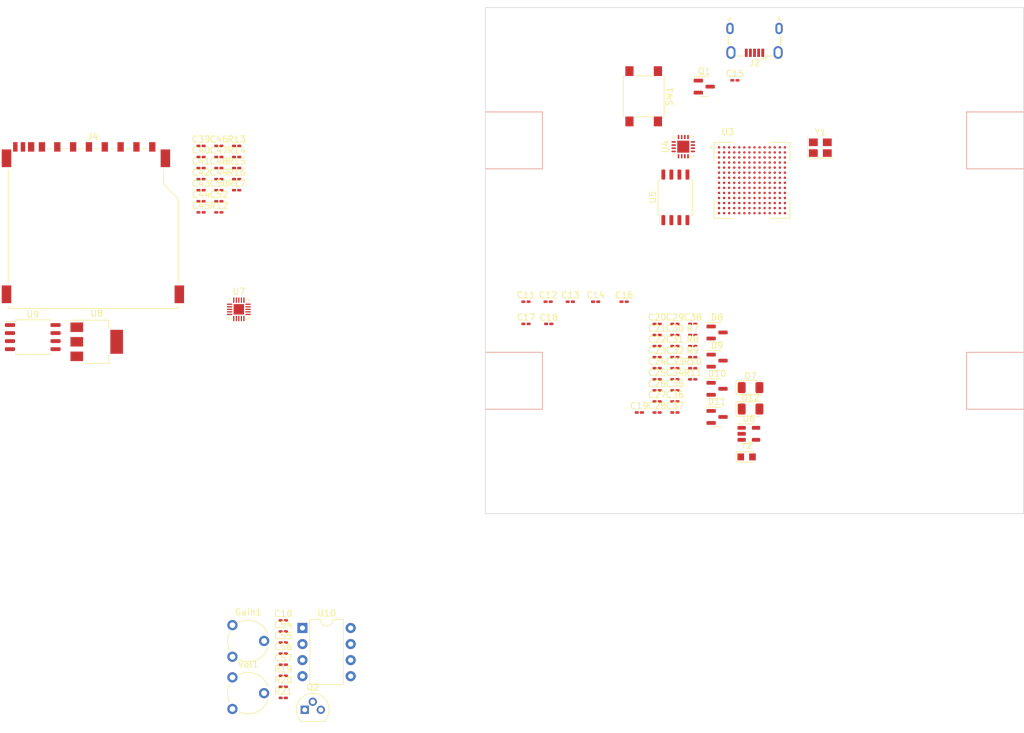
<source format=kicad_pcb>
(kicad_pcb (version 20221018) (generator pcbnew)
  (layers (0 "F.Cu" signal) (1 "In1.Cu" signal) (2 "In2.Cu" signal) (31 "B.Cu" signal) (34 "B.Paste" user) (35 "F.Paste" user) (36 "B.SilkS" user "B.Silkscreen") (37 "F.SilkS" user "F.Silkscreen") (38 "B.Mask" user) (39 "F.Mask" user) (44 "Edge.Cuts" user))
  (net 0 "")
  (net 4 "GND Pin")
  (net 5 "3.3V Pin")
  (net 6 "M9")
  (net 7 "K8")
  (net 8 "M10")
  (net 9 "P10")
  (net 10 "P8")
  (net 11 "Net-(Q1-D)")
  (net 12 "PTA3")
  (net 13 "Net-(U3A-GPIO_AD_B0_04)")
  (net 14 "Net-(U3A-GPIO_AD_B0_06)")
  (net 15 "Net-(U3A-GPIO_AD_B0_10)")
  (net 16 "Net-(U3A-GPIO_AD_B0_09)")
  (net 17 "Net-(U3A-GPIO_AD_B0_07)")
  (net 18 "PTB1")
  (net 19 "Prog Pin")
  (net 20 "PTB3")
  (net 21 "PTB4")
  (net 22 "Net-(U3A-GPIO_AD_B0_08)")
  (net 23 "PTA1")
  (net 24 "Net-(U3A-GPIO_SD_B1_06)")
  (net 25 "Net-(U3A-GPIO_SD_B1_09)")
  (net 26 "Net-(U3A-GPIO_SD_B1_10)")
  (net 27 "Net-(U3A-GPIO_SD_B1_08)")
  (net 28 "Net-(U3A-GPIO_SD_B1_07)")
  (net 29 "Net-(U3A-GPIO_SD_B1_11)")
  (net 100 "ON{slash}OFF Pin")
  (net 103 "D- Pin")
  (net 108 "D+ Pin")
  (net 110 "P11")
  (net 111 "N11")
  (net 112 "N9")
  (net 113 "P9")
  (net 114 "Net-(J2-Pin_1)")
  (net 115 "DCDC_IN")
  (net 116 "VDD_SOC_IN")
  (net 117 "Net-(D7-A)")
  (net 118 "K7")
  (net 119 "DCDC_LP")
  (net 120 "DN")
  (net 121 "HP_R")
  (net 122 "HP_VGND")
  (net 123 "Net-(U7-VDDA)")
  (net 124 "HP_L")
  (net 125 "Net-(U7-VAG)")
  (net 126 "Net-(U7-LINEOUT_R)")
  (net 127 "Net-(U7-LINEOUT_L)")
  (net 128 "Net-(U7-LINEIN_R)")
  (net 129 "Net-(U7-LINEIN_L)")
  (net 130 "Net-(U7-MIC)")
  (net 131 "Net-(U7-MIC_BIAS)")
  (net 132 "Net-(U7-VDDD)")
  (net 133 "GPIO 11")
  (net 134 "GPIO 6")
  (net 135 "GPIO 12")
  (net 136 "GPIO 13")
  (net 137 "Net-(C10-Pad1)")
  (net 138 "Net-(Q2-S)")
  (net 139 "LINEOUT_R")
  (net 140 "LINEOUT_L")
  (net 141 "LINEIN_R")
  (net 142 "LINEIN_L")
  (net 143 "Net-(J5-Pin_2)")
  (net 144 "+9V")
  (net 145 "Net-(U10-BYPASS)")
  (net 146 "Net-(C56-Pad2)")
  (net 147 "Net-(C57-Pad1)")
  (net 148 "Net-(J7-Pin_1)")
  (net 149 "VBAT Pin")
  (net 151 "Net-(D12-K)")
  (net 152 "Net-(Gain1-Pad1)")
  (net 153 "Net-(Gain1-Pad2)")
  (net 154 "Net-(Q2-G)")
  (net 155 "GPIO 10")
  (net 156 "Net-(U7-SYS_MCLK)")
  (net 157 "GPIO 9")
  (net 158 "GPIO 8")
  (net 159 "GPIO 7")
  (net 160 "GPIO 31")
  (net 161 "GPIO 29")
  (net 162 "GPIO 32")
  (net 163 "GPIO 28")
  (net 164 "GPIO 30")
  (net 165 "GPIO 2")
  (net 166 "GPIO 3")
  (net 167 "GPIO 0")
  (net 168 "GPIO 26 {slash} A12")
  (net 169 "GPIO 39 {slash} DAT2")
  (net 170 "GPIO 5")
  (net 171 "GPIO 33")
  (net 172 "GPIO 4")
  (net 173 "GPIO 22 {slash} A8")
  (net 174 "GPIO 35 {slash} DAT0")
  (net 175 "GPIO 38 {slash} DAT3")
  (net 176 "GPIO 36 {slash} CLK")
  (net 177 "GPIO 37 {slash} CMD")
  (net 178 "GPIO 19 {slash} A5")
  (net 179 "GPIO 17 {slash} A3")
  (net 180 "GPIO 21 {slash} A7")
  (net 181 "GPIO 27 {slash} A13")
  (net 182 "GPIO 34 {slash} DAT1")
  (net 183 "GPIO 16 {slash} A2")
  (net 184 "GPIO 18 {slash} A4")
  (net 185 "GPIO 24 {slash} A10")
  (net 186 "GPIO 14 {slash} A0")
  (net 187 "GPIO 20 {slash} A6")
  (net 188 "GPIO 25 {slash} A11")
  (net 189 "GPIO 1")
  (net 190 "GPIO 15 {slash} A1")
  (net 191 "GPIO 23 {slash} A9")
  (net 192 "Net-(U10--)")
  (footprint "Diode_SMD:D_1206_3216Metric" (layer "F.Cu") (at 137.88 89.07)
    (fp_text reference "D7" (at 0 -1.82) (layer "F.SilkS"))
    (fp_text value "LED")
    (pad "1" smd roundrect (at -1.4 0) (size 1.25 1.75) (layers "F.Cu" "F.Paste" "F.Mask") (roundrect_rratio 0.2) (net 4 "GND Pin"))
    (pad "2" smd roundrect (at 1.4 0) (size 1.25 1.75) (layers "F.Cu" "F.Paste" "F.Mask") (roundrect_rratio 0.2) (net 117 "Net-(D7-A)"))
  )
  (footprint "Capacitor_SMD:C_0201_0603Metric_Pad0.64x0.40mm_HandSolder" (layer "F.Cu") (at 125.93 82.51)
    (fp_text reference "C31" (at 0 -1.05) (layer "F.SilkS"))
    (fp_text value "10uF")
    (pad "1" smd roundrect (at -0.4075 0) (size 0.635 0.4) (layers "F.Cu" "F.Mask") (net 7 "K8"))
    (pad "2" smd roundrect (at 0.4075 0) (size 0.635 0.4) (layers "F.Cu" "F.Mask") (net 4 "GND Pin"))
  )
  (footprint "Capacitor_SMD:C_0201_0603Metric_Pad0.64x0.40mm_HandSolder" (layer "F.Cu") (at 128.74 86.01)
    (fp_text reference "R10" (at 0 -1.05) (layer "F.SilkS"))
    (fp_text value "100k")
    (pad "1" smd roundrect (at -0.4075 0) (size 0.635 0.4) (layers "F.Cu" "F.Mask") (net 12 "PTA3"))
    (pad "2" smd roundrect (at 0.4075 0) (size 0.635 0.4) (layers "F.Cu" "F.Mask") (net 4 "GND Pin"))
  )
  (footprint "Capacitor_SMD:C_0201_0603Metric_Pad0.64x0.40mm_HandSolder" (layer "F.Cu") (at 123.12 82.51)
    (fp_text reference "C22" (at 0 -1.05) (layer "F.SilkS"))
    (fp_text value "2.2uF")
    (pad "1" smd roundrect (at -0.4075 0) (size 0.635 0.4) (layers "F.Cu" "F.Mask") (net 5 "3.3V Pin"))
    (pad "2" smd roundrect (at 0.4075 0) (size 0.635 0.4) (layers "F.Cu" "F.Mask") (net 4 "GND Pin"))
  )
  (footprint "Potentiometer_THT:Potentiometer_Piher_PT-6-V_Vertical" (layer "F.Cu") (at 56.04 139.87)
    (fp_text reference "Vol1" (at 2.5 -7.06) (layer "F.SilkS"))
    (fp_text value "10kB")
    (pad "1" thru_hole circle (at 0 0) (size 1.62 1.62) (drill 0.9) (layers "*.Cu" "*.Mask") (net 137 "Net-(C10-Pad1)"))
    (pad "2" thru_hole circle (at 5 -2.5) (size 1.62 1.62) (drill 0.9) (layers "*.Cu" "*.Mask") (net 192 "Net-(U10--)"))
    (pad "3" thru_hole circle (at 0 -5) (size 1.62 1.62) (drill 0.9) (layers "*.Cu" "*.Mask") (net 4 "GND Pin"))
  )
  (footprint "Capacitor_SMD:C_0201_0603Metric_Pad0.64x0.40mm_HandSolder" (layer "F.Cu") (at 123.12 86.01)
    (fp_text reference "C24" (at 0 -1.05) (layer "F.SilkS"))
    (fp_text value "4.7uF")
    (pad "1" smd roundrect (at -0.4075 0) (size 0.635 0.4) (layers "F.Cu" "F.Mask") (net 115 "DCDC_IN"))
    (pad "2" smd roundrect (at 0.4075 0) (size 0.635 0.4) (layers "F.Cu" "F.Mask") (net 4 "GND Pin"))
  )
  (footprint "Capacitor_SMD:C_0201_0603Metric_Pad0.64x0.40mm_HandSolder" (layer "F.Cu") (at 128.74 87.76)
    (fp_text reference "R11" (at 0 -1.05) (layer "F.SilkS"))
    (fp_text value "470")
    (pad "1" smd roundrect (at -0.4075 0) (size 0.635 0.4) (layers "F.Cu" "F.Mask") (net 151 "Net-(D12-K)"))
    (pad "2" smd roundrect (at 0.4075 0) (size 0.635 0.4) (layers "F.Cu" "F.Mask") (net 20 "PTB3"))
  )
  (footprint "Capacitor_SMD:C_0201_0603Metric_Pad0.64x0.40mm_HandSolder" (layer "F.Cu") (at 64.07 132.87)
    (fp_text reference "C57" (at 0 -1.05) (layer "F.SilkS"))
    (fp_text value "220u")
    (pad "1" smd roundrect (at -0.4075 0) (size 0.635 0.4) (layers "F.Cu" "F.Mask") (net 147 "Net-(C57-Pad1)"))
    (pad "2" smd roundrect (at 0.4075 0) (size 0.635 0.4) (layers "F.Cu" "F.Mask") (net 148 "Net-(J7-Pin_1)"))
  )
  (footprint "Capacitor_SMD:C_0201_0603Metric_Pad0.64x0.40mm_HandSolder" (layer "F.Cu") (at 123.12 91.26)
    (fp_text reference "C27" (at 0 -1.05) (layer "F.SilkS"))
    (fp_text value "0.22uF")
    (pad "1" smd roundrect (at -0.4075 0) (size 0.635 0.4) (layers "F.Cu" "F.Mask") (net 116 "VDD_SOC_IN"))
    (pad "2" smd roundrect (at 0.4075 0) (size 0.635 0.4) (layers "F.Cu" "F.Mask") (net 4 "GND Pin"))
  )
  (footprint "Capacitor_SMD:C_0201_0603Metric_Pad0.64x0.40mm_HandSolder" (layer "F.Cu") (at 102.4075 79)
    (fp_text reference "C17" (at 0 -1.05) (layer "F.SilkS"))
    (fp_text value "0.22uF")
    (pad "1" smd roundrect (at -0.4075 0) (size 0.635 0.4) (layers "F.Cu" "F.Mask") (net 120 "DN"))
    (pad "2" smd roundrect (at 0.4075 0) (size 0.635 0.4) (layers "F.Cu" "F.Mask") (net 4 "GND Pin"))
  )
  (footprint "Capacitor_SMD:C_0201_0603Metric_Pad0.64x0.40mm_HandSolder" (layer "F.Cu") (at 51.08 59.62)
    (fp_text reference "C44" (at 0 -1.05) (layer "F.SilkS"))
    (fp_text value "0.15uF")
    (pad "1" smd roundrect (at -0.4075 0) (size 0.635 0.4) (layers "F.Cu" "F.Mask") (net 4 "GND Pin"))
    (pad "2" smd roundrect (at 0.4075 0) (size 0.635 0.4) (layers "F.Cu" "F.Mask") (net 125 "Net-(U7-VAG)"))
  )
  (footprint "Package_TO_SOT_SMD:SOT-23" (layer "F.Cu") (at 132.59 89.26)
    (fp_text reference "D10" (at 0 -2.4) (layer "F.SilkS"))
    (fp_text value "BAT54C")
    (pad "1" smd roundrect (at -0.9375 -0.95) (size 1.475 0.6) (layers "F.Cu" "F.Paste" "F.Mask") (net 6 "M9"))
    (pad "2" smd roundrect (at -0.9375 0.95) (size 1.475 0.6) (layers "F.Cu" "F.Paste" "F.Mask") (net 7 "K8"))
    (pad "3" smd roundrect (at 0.9375 0) (size 1.475 0.6) (layers "F.Cu" "F.Paste" "F.Mask"))
  )
  (footprint "Diode_SMD:D_1206_3216Metric" (layer "F.Cu") (at 137.88 92.46)
    (fp_text reference "D12" (at 0 -1.82) (layer "F.SilkS"))
    (fp_text value "LED")
    (pad "1" smd roundrect (at -1.4 0) (size 1.25 1.75) (layers "F.Cu" "F.Paste" "F.Mask") (roundrect_rratio 0.2) (net 151 "Net-(D12-K)"))
    (pad "2" smd roundrect (at 1.4 0) (size 1.25 1.75) (layers "F.Cu" "F.Paste" "F.Mask") (roundrect_rratio 0.2) (net 5 "3.3V Pin"))
  )
  (footprint "Capacitor_SMD:C_0201_0603Metric_Pad0.64x0.40mm_HandSolder" (layer "F.Cu") (at 106 79)
    (fp_text reference "C18" (at 0 -1) (layer "F.SilkS"))
    (fp_text value "10nF")
    (pad "1" smd roundrect (at -0.4075 0) (size 0.635 0.4) (layers "F.Cu" "F.Mask") (net 5 "3.3V Pin"))
    (pad "2" smd roundrect (at 0.4075 0) (size 0.635 0.4) (layers "F.Cu" "F.Mask") (net 4 "GND Pin"))
  )
  (footprint "Capacitor_SMD:C_0201_0603Metric_Pad0.64x0.40mm_HandSolder" (layer "F.Cu") (at 53.89 57.87)
    (fp_text reference "C50" (at 0 -1.05) (layer "F.SilkS"))
    (fp_text value "2.2uF")
    (pad "1" smd roundrect (at -0.4075 0) (size 0.635 0.4) (layers "F.Cu" "F.Mask") (net 131 "Net-(U7-MIC_BIAS)"))
    (pad "2" smd roundrect (at 0.4075 0) (size 0.635 0.4) (layers "F.Cu" "F.Mask") (net 4 "GND Pin"))
  )
  (footprint "Capacitor_SMD:C_0201_0603Metric_Pad0.64x0.40mm_HandSolder" (layer "F.Cu") (at 105.9075 75.5)
    (fp_text reference "C12" (at 0 -1.05) (layer "F.SilkS"))
    (fp_text value "12pF")
    (pad "1" smd roundrect (at -0.4075 0) (size 0.635 0.4) (layers "F.Cu" "F.Mask") (net 4 "GND Pin"))
    (pad "2" smd roundrect (at 0.4075 0) (size 0.635 0.4) (layers "F.Cu" "F.Mask") (net 111 "N11"))
  )
  (footprint "Capacitor_SMD:C_0201_0603Metric_Pad0.64x0.40mm_HandSolder" (layer "F.Cu") (at 64.07 129.37)
    (fp_text reference "C55" (at 0 -1.05) (layer "F.SilkS"))
    (fp_text value "100n")
    (pad "1" smd roundrect (at -0.4075 0) (size 0.635 0.4) (layers "F.Cu" "F.Mask") (net 145 "Net-(U10-BYPASS)"))
    (pad "2" smd roundrect (at 0.4075 0) (size 0.635 0.4) (layers "F.Cu" "F.Mask") (net 4 "GND Pin"))
  )
  (footprint "Capacitor_SMD:C_0201_0603Metric_Pad0.64x0.40mm_HandSolder" (layer "F.Cu") (at 56.7 52.62)
    (fp_text reference "R14" (at 0 -1.05) (layer "F.SilkS"))
    (fp_text value "10k")
    (pad "1" smd roundrect (at -0.4075 0) (size 0.635 0.4) (layers "F.Cu" "F.Mask") (net 5 "3.3V Pin"))
    (pad "2" smd roundrect (at 0.4075 0) (size 0.635 0.4) (layers "F.Cu" "F.Mask") (net 155 "GPIO 10"))
  )
  (footprint "Capacitor_SMD:C_0201_0603Metric_Pad0.64x0.40mm_HandSolder" (layer "F.Cu") (at 123.12 80.76)
    (fp_text reference "C21" (at 0 -1.05) (layer "F.SilkS"))
    (fp_text value "4.7uF")
    (pad "1" smd roundrect (at -0.4075 0) (size 0.635 0.4) (layers "F.Cu" "F.Mask") (net 5 "3.3V Pin"))
    (pad "2" smd roundrect (at 0.4075 0) (size 0.635 0.4) (layers "F.Cu" "F.Mask") (net 4 "GND Pin"))
  )
  (footprint "Capacitor_SMD:C_0201_0603Metric_Pad0.64x0.40mm_HandSolder" (layer "F.Cu") (at 123.12 84.26)
    (fp_text reference "C23" (at 0 -1.05) (layer "F.SilkS"))
    (fp_text value "0.22uF")
    (pad "1" smd roundrect (at -0.4075 0) (size 0.635 0.4) (layers "F.Cu" "F.Mask") (net 115 "DCDC_IN"))
    (pad "2" smd roundrect (at 0.4075 0) (size 0.635 0.4) (layers "F.Cu" "F.Mask") (net 4 "GND Pin"))
  )
  (footprint "Capacitor_SMD:C_0201_0603Metric_Pad0.64x0.40mm_HandSolder" (layer "F.Cu") (at 53.89 59.62)
    (fp_text reference "C52" (at 0 -1.05) (layer "F.SilkS"))
    (fp_text value "2.2uF")
    (pad "1" smd roundrect (at -0.4075 0) (size 0.635 0.4) (layers "F.Cu" "F.Mask") (net 132 "Net-(U7-VDDD)"))
    (pad "2" smd roundrect (at 0.4075 0) (size 0.635 0.4) (layers "F.Cu" "F.Mask") (net 4 "GND Pin"))
  )
  (footprint "Capacitor_SMD:C_0201_0603Metric_Pad0.64x0.40mm_HandSolder" (layer "F.Cu") (at 51.08 54.37)
    (fp_text reference "C41" (at 0 -1.05) (layer "F.SilkS"))
    (fp_text value "2.2uF")
    (pad "1" smd roundrect (at -0.4075 0) (size 0.635 0.4) (layers "F.Cu" "F.Mask") (net 5 "3.3V Pin"))
    (pad "2" smd roundrect (at 0.4075 0) (size 0.635 0.4) (layers "F.Cu" "F.Mask") (net 4 "GND Pin"))
  )
  (footprint "Capacitor_SMD:C_0201_0603Metric_Pad0.64x0.40mm_HandSolder" (layer "F.Cu") (at 125.93 91.26)
    (fp_text reference "C36" (at 0 -1.05) (layer "F.SilkS"))
    (fp_text value "0.22uF")
    (pad "1" smd roundrect (at -0.4075 0) (size 0.635 0.4) (layers "F.Cu" "F.Mask") (net 10 "P8"))
    (pad "2" smd roundrect (at 0.4075 0) (size 0.635 0.4) (layers "F.Cu" "F.Mask") (net 4 "GND Pin"))
  )
  (footprint "Package_TO_SOT_SMD:SOT-23-5" (layer "F.Cu") (at 137.61 96.38)
    (fp_text reference "U6" (at 0 -2.4) (layer "F.SilkS"))
    (fp_text value "TLV75733PDBV")
    (pad "1" smd roundrect (at -1.1375 -0.95) (size 1.325 0.6) (layers "F.Cu" "F.Paste" "F.Mask") (net 120 "DN"))
    (pad "2" smd roundrect (at -1.1375 0) (size 1.325 0.6) (layers "F.Cu" "F.Paste" "F.Mask") (net 4 "GND Pin"))
    (pad "3" smd roundrect (at -1.1375 0.95) (size 1.325 0.6) (layers "F.Cu" "F.Paste" "F.Mask") (net 118 "K7"))
    (pad "4" smd roundrect (at 1.1375 0.95) (size 1.325 0.6) (layers "F.Cu" "F.Paste" "F.Mask"))
    (pad "5" smd roundrect (at 1.1375 -0.95) (size 1.325 0.6) (layers "F.Cu" "F.Paste" "F.Mask") (net 5 "3.3V Pin"))
  )
  (footprint "Capacitor_SMD:C_0201_0603Metric_Pad0.64x0.40mm_HandSolder" (layer "F.Cu") (at 64.07 127.62)
    (fp_text reference "C54" (at 0 -1.05) (layer "F.SilkS"))
    (fp_text value "100u")
    (pad "1" smd roundrect (at -0.4075 0) (size 0.635 0.4) (layers "F.Cu" "F.Mask") (net 144 "+9V"))
    (pad "2" smd roundrect (at 0.4075 0) (size 0.635 0.4) (layers "F.Cu" "F.Mask") (net 4 "GND Pin"))
  )
  (footprint "Package_DFN_QFN:QFN-20-1EP_3x3mm_P0.4mm_EP1.65x1.65mm" (layer "F.Cu") (at 57.05 76.7)
    (fp_text reference "U7" (at 0 -2.82) (layer "F.SilkS"))
    (fp_text value "SGTL5000XNLA3")
    (pad "1" smd roundrect (at -1.45 -0.8) (size 0.85 0.2) (layers "F.Cu" "F.Paste" "F.Mask") (net 121 "HP_R"))
    (pad "2" smd roundrect (at -1.45 -0.4) (size 0.85 0.2) (layers "F.Cu" "F.Paste" "F.Mask") (net 122 "HP_VGND"))
    (pad "3" smd roundrect (at -1.45 0) (size 0.85 0.2) (layers "F.Cu" "F.Paste" "F.Mask") (net 123 "Net-(U7-VDDA)"))
    (pad "4" smd roundrect (at -1.45 0.4) (size 0.85 0.2) (layers "F.Cu" "F.Paste" "F.Mask") (net 124 "HP_L"))
    (pad "5" smd roundrect (at -1.45 0.8) (size 0.85 0.2) (layers "F.Cu" "F.Paste" "F.Mask") (net 125 "Net-(U7-VAG)"))
    (pad "6" smd roundrect (at -0.8 1.45) (size 0.2 0.85) (layers "F.Cu" "F.Paste" "F.Mask") (net 126 "Net-(U7-LINEOUT_R)"))
    (pad "7" smd roundrect (at -0.4 1.45) (size 0.2 0.85) (layers "F.Cu" "F.Paste" "F.Mask") (net 127 "Net-(U7-LINEOUT_L)"))
    (pad "8" smd roundrect (at 0 1.45) (size 0.2 0.85) (layers "F.Cu" "F.Paste" "F.Mask") (net 128 "Net-(U7-LINEIN_R)"))
    (pad "9" smd roundrect (at 0.4 1.45) (size 0.2 0.85) (layers "F.Cu" "F.Paste" "F.Mask") (net 129 "Net-(U7-LINEIN_L)"))
    (pad "10" smd roundrect (at 0.8 1.45) (size 0.2 0.85) (layers "F.Cu" "F.Paste" "F.Mask") (net 130 "Net-(U7-MIC)"))
    (pad "11" smd roundrect (at 1.45 0.8) (size 0.85 0.2) (layers "F.Cu" "F.Paste" "F.Mask") (net 131 "Net-(U7-MIC_BIAS)"))
    (pad "12" smd roundrect (at 1.45 0.4) (size 0.85 0.2) (layers "F.Cu" "F.Paste" "F.Mask") (net 5 "3.3V Pin"))
    (pad "13" smd roundrect (at 1.45 0) (size 0.85 0.2) (layers "F.Cu" "F.Paste" "F.Mask") (net 156 "Net-(U7-SYS_MCLK)"))
    (pad "14" smd roundrect (at 1.45 -0.4) (size 0.85 0.2) (layers "F.Cu" "F.Paste" "F.Mask") (net 187 "GPIO 20 {slash} A6"))
    (pad "15" smd roundrect (at 1.45 -0.8) (size 0.85 0.2) (layers "F.Cu" "F.Paste" "F.Mask") (net 180 "GPIO 21 {slash} A7"))
    (pad "16" smd roundrect (at 0.8 -1.45) (size 0.2 0.85) (layers "F.Cu" "F.Paste" "F.Mask") (net 158 "GPIO 8"))
    (pad "17" smd roundrect (at 0.4 -1.45) (size 0.2 0.85) (layers "F.Cu" "F.Paste" "F.Mask") (net 159 "GPIO 7"))
    (pad "18" smd roundrect (at 0 -1.45) (size 0.2 0.85) (layers "F.Cu" "F.Paste" "F.Mask") (net 184 "GPIO 18 {slash} A4"))
    (pad "19" smd roundrect (at -0.4 -1.45) (size 0.2 0.85) (layers "F.Cu" "F.Paste" "F.Mask") (net 178 "GPIO 19 {slash} A5"))
    (pad "20" smd roundrect (at -0.8 -1.45) (size 0.2 0.85) (layers "F.Cu" "F.Paste" "F.Mask") (net 132 "Net-(U7-VDDD)"))
    (pad "21" smd rect (at 0 0) (size 1.65 1.65) (layers "F.Cu" "F.Mask") (net 4 "GND Pin"))
  )
  (footprint "Capacitor_SMD:C_0201_0603Metric_Pad0.64x0.40mm_HandSolder" (layer "F.Cu") (at 56.7 56.12)
    (fp_text reference "R16" (at 0 -1.05) (layer "F.SilkS"))
    (fp_text value "2.2k")
    (pad "1" smd roundrect (at -0.4075 0) (size 0.635 0.4) (layers "F.Cu" "F.Mask") (net 5 "3.3V Pin"))
    (pad "2" smd roundrect (at 0.4075 0) (size 0.635 0.4) (layers "F.Cu" "F.Mask") (net 184 "GPIO 18 {slash} A4"))
  )
  (footprint "Capacitor_SMD:C_0201_0603Metric_Pad0.64x0.40mm_HandSolder" (layer "F.Cu") (at 64.07 134.62)
    (fp_text reference "R19" (at 0 -1.05) (layer "F.SilkS"))
    (fp_text value "1M5")
    (pad "1" smd roundrect (at -0.4075 0) (size 0.635 0.4) (layers "F.Cu" "F.Mask") (net 154 "Net-(Q2-G)"))
    (pad "2" smd roundrect (at 0.4075 0) (size 0.635 0.4) (layers "F.Cu" "F.Mask") (net 4 "GND Pin"))
  )
  (footprint "Crystal:Crystal_SMD_TXC_9HT11-2Pin_2.0x1.2mm_HandSoldering" (layer "F.Cu") (at 137.26 100.03)
    (fp_text reference "Y2" (at 0 -1.8) (layer "F.SilkS"))
    (fp_text value "32.768kHz")
    (pad "1" smd rect (at -0.925 0) (size 1.05 1.1) (layers "F.Cu" "F.Paste" "F.Mask") (net 112 "N9"))
    (pad "2" smd rect (at 0.925 0) (size 1.05 1.1) (layers "F.Cu" "F.Paste" "F.Mask") (net 113 "P9"))
  )
  (footprint "Package_TO_SOT_SMD:SOT-23" (layer "F.Cu") (at 132.59 93.71)
    (fp_text reference "D11" (at 0 -2.4) (layer "F.SilkS"))
    (fp_text value "BAT54C")
    (pad "1" smd roundrect (at -0.9375 -0.95) (size 1.475 0.6) (layers "F.Cu" "F.Paste" "F.Mask") (net 6 "M9"))
    (pad "2" smd roundrect (at -0.9375 0.95) (size 1.475 0.6) (layers "F.Cu" "F.Paste" "F.Mask"))
    (pad "3" smd roundrect (at 0.9375 0) (size 1.475 0.6) (layers "F.Cu" "F.Paste" "F.Mask"))
  )
  (footprint "Capacitor_SMD:C_0201_0603Metric_Pad0.64x0.40mm_HandSolder" (layer "F.Cu") (at 125.93 89.51)
    (fp_text reference "C35" (at 0 -1.05) (layer "F.SilkS"))
    (fp_text value "4.7uF")
    (pad "1" smd roundrect (at -0.4075 0) (size 0.635 0.4) (layers "F.Cu" "F.Mask") (net 9 "P10"))
    (pad "2" smd roundrect (at 0.4075 0) (size 0.635 0.4) (layers "F.Cu" "F.Mask") (net 4 "GND Pin"))
  )
  (footprint "Capacitor_SMD:C_0201_0603Metric_Pad0.64x0.40mm_HandSolder" (layer "F.Cu") (at 56.7 54.37)
    (fp_text reference "R15" (at 0 -1.05) (layer "F.SilkS"))
    (fp_text value "2.2k")
    (pad "1" smd roundrect (at -0.4075 0) (size 0.635 0.4) (layers "F.Cu" "F.Mask") (net 178 "GPIO 19 {slash} A5"))
    (pad "2" smd roundrect (at 0.4075 0) (size 0.635 0.4) (layers "F.Cu" "F.Mask") (net 5 "3.3V Pin"))
  )
  (footprint "Capacitor_SMD:C_0201_0603Metric_Pad0.64x0.40mm_HandSolder" (layer "F.Cu") (at 53.89 61.37)
    (fp_text reference "R12" (at 0 -1.05) (layer "F.SilkS"))
    (fp_text value "2.2k")
    (pad "1" smd roundrect (at -0.4075 0) (size 0.635 0.4) (layers "F.Cu" "F.Mask") (net 143 "Net-(J5-Pin_2)"))
    (pad "2" smd roundrect (at 0.4075 0) (size 0.635 0.4) (layers "F.Cu" "F.Mask") (net 131 "Net-(U7-MIC_BIAS)"))
  )
  (footprint "Capacitor_SMD:C_0201_0603Metric_Pad0.64x0.40mm_HandSolder" (layer "F.Cu") (at 113.4075 75.5)
    (fp_text reference "C14" (at 0 -1.05) (layer "F.SilkS"))
    (fp_text value "20pF")
    (pad "1" smd roundrect (at -0.4075 0) (size 0.635 0.4) (layers "F.Cu" "F.Mask") (net 4 "GND Pin"))
    (pad "2" smd roundrect (at 0.4075 0) (size 0.635 0.4) (layers "F.Cu" "F.Mask") (net 113 "P9"))
  )
  (footprint "Crystal:Crystal_SMD_3225-4Pin_3.2x2.5mm" (layer "F.Cu") (at 148.9 51.15)
    (fp_text reference "Y1" (at 0 -2.45) (layer "F.SilkS"))
    (fp_text value "24MHz")
    (pad "1" smd rect (at -1.1 0.85) (size 1.4 1.2) (layers "F.Cu" "F.Paste" "F.Mask") (net 110 "P11"))
    (pad "2" smd rect (at 1.1 0.85) (size 1.4 1.2) (layers "F.Cu" "F.Paste" "F.Mask") (net 4 "GND Pin"))
    (pad "3" smd rect (at 1.1 -0.85) (size 1.4 1.2) (layers "F.Cu" "F.Paste" "F.Mask") (net 111 "N11"))
    (pad "4" smd rect (at -1.1 -0.85) (size 1.4 1.2) (layers "F.Cu" "F.Paste" "F.Mask") (net 4 "GND Pin"))
  )
  (footprint "Capacitor_SMD:C_0201_0603Metric_Pad0.64x0.40mm_HandSolder" (layer "F.Cu") (at 128.74 84.26)
    (fp_text reference "R9" (at 0 -1.05) (layer "F.SilkS"))
    (fp_text value "100k")
    (pad "1" smd roundrect (at -0.4075 0) (size 0.635 0.4) (layers "F.Cu" "F.Mask") (net 5 "3.3V Pin"))
    (pad "2" smd roundrect (at 0.4075 0) (size 0.635 0.4) (layers "F.Cu" "F.Mask") (net 118 "K7"))
  )
  (footprint "Package_TO_SOT_THT:TO-92" (layer "F.Cu") (at 67.46 140)
    (fp_text reference "Q2" (at 1.27 -3.56) (layer "F.SilkS"))
    (fp_text value "MPF102")
    (pad "1" thru_hole rect (at 0 0) (size 1.3 1.3) (drill 0.75) (layers "*.Cu" "*.Mask") (net 144 "+9V"))
    (pad "2" thru_hole circle (at 1.27 -1.27) (size 1.3 1.3) (drill 0.75) (layers "*.Cu" "*.Mask") (net 138 "Net-(Q2-S)"))
    (pad "3" thru_hole circle (at 2.54 0) (size 1.3 1.3) (drill 0.75) (layers "*.Cu" "*.Mask") (net 154 "Net-(Q2-G)"))
  )
  (footprint "Package_TO_SOT_SMD:SOT-223-3_TabPin2" (layer "F.Cu") (at 34.6 81.83)
    (fp_text reference "U8" (at 0 -4.5) (layer "F.SilkS"))
    (fp_text value "AP7313")
    (pad "1" smd rect (at -3.15 -2.3) (size 2 1.5) (layers "F.Cu" "F.Paste" "F.Mask") (net 5 "3.3V Pin"))
    (pad "2" smd rect (at -3.15 0) (size 2 1.5) (layers "F.Cu" "F.Paste" "F.Mask") (net 4 "GND Pin"))
    (pad "2" smd rect (at 3.15 0) (size 2 3.8) (layers "F.Cu" "F.Paste" "F.Mask") (net 4 "GND Pin"))
    (pad "3" smd rect (at -3.15 2.3) (size 2 1.5) (layers "F.Cu" "F.Paste" "F.Mask") (net 132 "Net-(U7-VDDD)"))
  )
  (footprint "Capacitor_SMD:C_0201_0603Metric_Pad0.64x0.40mm_HandSolder" (layer "F.Cu") (at 64.07 136.37)
    (fp_text reference "R20" (at 0 -1.05) (layer "F.SilkS"))
    (fp_text value "3k9")
    (pad "1" smd roundrect (at -0.4075 0) (size 0.635 0.4) (layers "F.Cu" "F.Mask") (net 138 "Net-(Q2-S)"))
    (pad "2" smd roundrect (at 0.4075 0) (size 0.635 0.4) (layers "F.Cu" "F.Mask") (net 4 "GND Pin"))
  )
  (footprint "Capacitor_SMD:C_0201_0603Metric_Pad0.64x0.40mm_HandSolder" (layer "F.Cu") (at 123.12 87.76)
    (fp_text reference "C25" (at 0 -1.05) (layer "F.SilkS"))
    (fp_text value "10uF")
    (pad "1" smd roundrect (at -0.4075 0) (size 0.635 0.4) (layers "F.Cu" "F.Mask") (net 115 "DCDC_IN"))
    (pad "2" smd roundrect (at 0.4075 0) (size 0.635 0.4) (layers "F.Cu" "F.Mask") (net 4 "GND Pin"))
  )
  (footprint "Capacitor_SMD:C_0201_0603Metric_Pad0.64x0.40mm_HandSolder" (layer "F.Cu") (at 125.93 87.76)
    (fp_text reference "C34" (at 0 -1.05) (layer "F.SilkS"))
    (fp_text value "0.22uF")
    (pad "1" smd roundrect (at -0.4075 0) (size 0.635 0.4) (layers "F.Cu" "F.Mask") (net 9 "P10"))
    (pad "2" smd roundrect (at 0.4075 0) (size 0.635 0.4) (layers "F.Cu" "F.Mask") (net 4 "GND Pin"))
  )
  (footprint "Capacitor_SMD:C_0201_0603Metric_Pad0.64x0.40mm_HandSolder" (layer "F.Cu") (at 51.08 56.12)
    (fp_text reference "C42" (at 0 -1.05) (layer "F.SilkS"))
    (fp_text value "2.2uF")
    (pad "1" smd roundrect (at -0.4075 0) (size 0.635 0.4) (layers "F.Cu" "F.Mask") (net 123 "Net-(U7-VDDA)"))
    (pad "2" smd roundrect (at 0.4075 0) (size 0.635 0.4) (layers "F.Cu" "F.Mask") (net 4 "GND Pin"))
  )
  (footprint "MountingHole:MountingHole_3.2mm_M3" (layer "F.Cu") (at 100 88)
    (fp_text reference "REF**" hide)
    (fp_text value "MountingHole_3.2mm_M3" hide)
    (pad "" np_thru_hole circle (at 0 0) (size 3.2 3.2) (drill 3.2) (layers "F&B.Cu" "*.Mask"))
  )
  (footprint "Button_Switch_SMD:SW_Push_1P1T_NO_6x6mm_H9.5mm" (layer "F.Cu") (at 121 43.025 -90)
    (fp_text reference "SW1" (at 0 -4.05 90) (layer "F.SilkS"))
    (fp_text value "SW_DIP_x01")
    (pad "1" smd rect (at -3.975 -2.25 270) (size 1.55 1.3) (layers "F.Cu" "F.Paste" "F.Mask") (net 19 "Prog Pin"))
    (pad "1" smd rect (at 3.975 -2.25 270) (size 1.55 1.3) (layers "F.Cu" "F.Paste" "F.Mask") (net 19 "Prog Pin"))
    (pad "2" smd rect (at -3.975 2.25 270) (size 1.55 1.3) (layers "F.Cu" "F.Paste" "F.Mask") (net 4 "GND Pin"))
    (pad "2" smd rect (at 3.975 2.25 270) (size 1.55 1.3) (layers "F.Cu" "F.Paste" "F.Mask") (net 4 "GND Pin"))
  )
  (footprint "Capacitor_SMD:C_0201_0603Metric_Pad0.64x0.40mm_HandSolder" (layer "F.Cu") (at 123.12 79.01)
    (fp_text reference "C20" (at 0 -1.05) (layer "F.SilkS"))
    (fp_text value "0.22uF")
    (pad "1" smd roundrect (at -0.4075 0) (size 0.635 0.4) (layers "F.Cu" "F.Mask") (net 5 "3.3V Pin"))
    (pad "2" smd roundrect (at 0.4075 0) (size 0.635 0.4) (layers "F.Cu" "F.Mask") (net 4 "GND Pin"))
  )
  (footprint "Package_TO_SOT_SMD:SOT-23" (layer "F.Cu") (at 132.59 80.36)
    (fp_text reference "D8" (at 0 -2.4) (layer "F.SilkS"))
    (fp_text value "BAT54C")
    (pad "1" smd roundrect (at -0.9375 -0.95) (size 1.475 0.6) (layers "F.Cu" "F.Paste" "F.Mask") (net 6 "M9"))
    (pad "2" smd roundrect (at -0.9375 0.95) (size 1.475 0.6) (layers "F.Cu" "F.Paste" "F.Mask") (net 149 "VBAT Pin"))
    (pad "3" smd roundrect (at 0.9375 0) (size 1.475 0.6) (layers "F.Cu" "F.Paste" "F.Mask"))
  )
  (footprint "Package_DFN_QFN:QFN-16-1EP_3x3mm_P0.5mm_EP1.9x1.9mm" (layer "F.Cu") (at 127.25 50.9875 90)
    (fp_text reference "U4" (at 0 -2.8 90) (layer "F.SilkS"))
    (fp_text value "MKL02Z32VFG4")
    (pad "1" smd roundrect (at -1.5125 -0.75 90) (size 0.675 0.25) (layers "F.Cu" "F.Paste" "F.Mask") (net 5 "3.3V Pin"))
    (pad "2" smd roundrect (at -1.5125 -0.25 90) (size 0.675 0.25) (layers "F.Cu" "F.Paste" "F.Mask") (net 4 "GND Pin"))
    (pad "3" smd roundrect (at -1.5125 0.25 90) (size 0.675 0.25) (layers "F.Cu" "F.Paste" "F.Mask") (net 12 "PTA3"))
    (pad "4" smd roundrect (at -1.5125 0.75 90) (size 0.675 0.25) (layers "F.Cu" "F.Paste" "F.Mask") (net 13 "Net-(U3A-GPIO_AD_B0_04)"))
    (pad "5" smd roundrect (at -0.75 1.5125 90) (size 0.25 0.675) (layers "F.Cu" "F.Paste" "F.Mask") (net 14 "Net-(U3A-GPIO_AD_B0_06)"))
    (pad "6" smd roundrect (at -0.25 1.5125 90) (size 0.25 0.675) (layers "F.Cu" "F.Paste" "F.Mask") (net 15 "Net-(U3A-GPIO_AD_B0_10)"))
    (pad "7" smd roundrect (at 0.25 1.5125 90) (size 0.25 0.675) (layers "F.Cu" "F.Paste" "F.Mask") (net 16 "Net-(U3A-GPIO_AD_B0_09)"))
    (pad "8" smd roundrect (at 0.75 1.5125 90) (size 0.25 0.675) (layers "F.Cu" "F.Paste" "F.Mask") (net 17 "Net-(U3A-GPIO_AD_B0_07)"))
    (pad "9" smd roundrect (at 1.5125 0.75 90) (size 0.675 0.25) (layers "F.Cu" "F.Paste" "F.Mask") (net 18 "PTB1"))
    (pad "10" smd roundrect (at 1.5125 0.25 90) (size 0.675 0.25) (layers "F.Cu" "F.Paste" "F.Mask") (net 19 "Prog Pin"))
    (pad "11" smd roundrect (at 1.5125 -0.25 90) (size 0.675 0.25) (layers "F.Cu" "F.Paste" "F.Mask") (net 20 "PTB3"))
    (pad "12" smd roundrect (at 1.5125 -0.75 90) (size 0.675 0.25) (layers "F.Cu" "F.Paste" "F.Mask") (net 21 "PTB4"))
    (pad "13" smd roundrect (at 0.75 -1.5125 90) (size 0.25 0.675) (layers "F.Cu" "F.Paste" "F.Mask") (net 22 "Net-(U3A-GPIO_AD_B0_08)"))
    (pad "14" smd roundrect (at 0.25 -1.5125 90) (size 0.25 0.675) (layers "F.Cu" "F.Paste" "F.Mask"))
    (pad "15" smd roundrect (at -0.25 -1.5125 90) (size 0.25 0.675) (layers "F.Cu" "F.Paste" "F.Mask") (net 23 "PTA1"))
    (pad "16" smd roundrect (at -0.75 -1.5125 90) (size 0.25 0.675) (layers "F.Cu" "F.Paste" "F.Mask"))
    (pad "17" smd rect (at 0 0 90) (size 1.9 1.9) (layers "F.Cu" "F.Mask") (net 4 "GND Pin"))
  )
  (footprint "Teensy:BGA196C80P14X14_1200X1200X152N" (layer "F.Cu") (at 138.1 56.3)
    (fp_text reference "U3" (at -3.825 -7.635) (layer "F.SilkS"))
    (fp_text value "MIMXRT1062DVJ6B")
    (pad "A1" smd circle (at -5.2 -5.2) (size 0.39 0.39) (layers "F.Cu" "F.Paste" "F.Mask") (net 4 "GND Pin"))
    (pad "A2" smd circle (at -4.4 -5.2) (size 0.39 0.39) (layers "F.Cu" "F.Paste" "F.Mask"))
    (pad "A3" smd circle (at -3.6 -5.2) (size 0.39 0.39) (layers "F.Cu" "F.Paste" "F.Mask"))
    (pad "A4" smd circle (at -2.8 -5.2) (size 0.39 0.39) (layers "F.Cu" "F.Paste" "F.Mask"))
    (pad "A5" smd circle (at -2 -5.2) (size 0.39 0.39) (layers "F.Cu" "F.Paste" "F.Mask"))
    (pad "A6" smd circle (at -1.2 -5.2) (size 0.39 0.39) (layers "F.Cu" "F.Paste" "F.Mask"))
    (pad "A7" smd circle (at -0.4 -5.2) (size 0.39 0.39) (layers "F.Cu" "F.Paste" "F.Mask"))
    (pad "A8" smd circle (at 0.4 -5.2) (size 0.39 0.39) (layers "F.Cu" "F.Paste" "F.Mask"))
    (pad "A9" smd circle (at 1.2 -5.2) (size 0.39 0.39) (layers "F.Cu" "F.Paste" "F.Mask"))
    (pad "A10" smd circle (at 2 -5.2) (size 0.39 0.39) (layers "F.Cu" "F.Paste" "F.Mask") (net 157 "GPIO 9"))
    (pad "A11" smd circle (at 2.8 -5.2) (size 0.39 0.39) (layers "F.Cu" "F.Paste" "F.Mask") (net 158 "GPIO 8"))
    (pad "A12" smd circle (at 3.6 -5.2) (size 0.39 0.39) (layers "F.Cu" "F.Paste" "F.Mask"))
    (pad "A13" smd circle (at 4.4 -5.2) (size 0.39 0.39) (layers "F.Cu" "F.Paste" "F.Mask"))
    (pad "A14" smd circle (at 5.2 -5.2) (size 0.39 0.39) (layers "F.Cu" "F.Paste" "F.Mask") (net 4 "GND Pin"))
    (pad "B1" smd circle (at -5.2 -4.4) (size 0.39 0.39) (layers "F.Cu" "F.Paste" "F.Mask"))
    (pad "B2" smd circle (at -4.4 -4.4) (size 0.39 0.39) (layers "F.Cu" "F.Paste" "F.Mask"))
    (pad "B3" smd circle (at -3.6 -4.4) (size 0.39 0.39) (layers "F.Cu" "F.Paste" "F.Mask"))
    (pad "B4" smd circle (at -2.8 -4.4) (size 0.39 0.39) (layers "F.Cu" "F.Paste" "F.Mask"))
    (pad "B5" smd circle (at -2 -4.4) (size 0.39 0.39) (layers "F.Cu" "F.Paste" "F.Mask") (net 4 "GND Pin"))
    (pad "B6" smd circle (at -1.2 -4.4) (size 0.39 0.39) (layers "F.Cu" "F.Paste" "F.Mask"))
    (pad "B7" smd circle (at -0.4 -4.4) (size 0.39 0.39) (layers "F.Cu" "F.Paste" "F.Mask"))
    (pad "B8" smd circle (at 0.4 -4.4) (size 0.39 0.39) (layers "F.Cu" "F.Paste" "F.Mask"))
    (pad "B9" smd circle (at 1.2 -4.4) (size 0.39 0.39) (layers "F.Cu" "F.Paste" "F.Mask"))
    (pad "B10" smd circle (at 2 -4.4) (size 0.39 0.39) (layers "F.Cu" "F.Paste" "F.Mask") (net 4 "GND Pin"))
    (pad "B11" smd circle (at 2.8 -4.4) (size 0.39 0.39) (layers "F.Cu" "F.Paste" "F.Mask") (net 159 "GPIO 7"))
    (pad "B12" smd circle (at 3.6 -4.4) (size 0.39 0.39) (layers "F.Cu" "F.Paste" "F.Mask"))
    (pad "B13" smd circle (at 4.4 -4.4) (size 0.39 0.39) (layers "F.Cu" "F.Paste" "F.Mask"))
    (pad "B14" smd circle (at 5.2 -4.4) (size 0.39 0.39) (layers "F.Cu" "F.Paste" "F.Mask"))
    (pad "C1" smd circle (at -5.2 -3.6) (size 0.39 0.39) (layers "F.Cu" "F.Paste" "F.Mask"))
    (pad "C2" smd circle (at -4.4 -3.6) (size 0.39 0.39) (layers "F.Cu" "F.Paste" "F.Mask"))
    (pad "C3" smd circle (at -3.6 -3.6) (size 0.39 0.39) (layers "F.Cu" "F.Paste" "F.Mask") (net 160 "GPIO 31"))
    (pad "C4" smd circle (at -2.8 -3.6) (size 0.39 0.39) (layers "F.Cu" "F.Paste" "F.Mask"))
    (pad "C5" smd circle (at -2 -3.6) (size 0.39 0.39) (layers "F.Cu" "F.Paste" "F.Mask") (net 161 "GPIO 29"))
    (pad "C6" smd circle (at -1.2 -3.6) (size 0.39 0.39) (layers "F.Cu" "F.Paste" "F.Mask"))
    (pad "C7" smd circle (at -0.4 -3.6) (size 0.39 0.39) (layers "F.Cu" "F.Paste" "F.Mask"))
    (pad "C8" smd circle (at 0.4 -3.6) (size 0.39 0.39) (layers "F.Cu" "F.Paste" "F.Mask"))
    (pad "C9" smd circle (at 1.2 -3.6) (size 0.39 0.39) (layers "F.Cu" "F.Paste" "F.Mask"))
    (pad "C10" smd circle (at 2 -3.6) (size 0.39 0.39) (layers "F.Cu" "F.Paste" "F.Mask") (net 162 "GPIO 32"))
    (pad "C11" smd circle (at 2.8 -3.6) (size 0.39 0.39) (layers "F.Cu" "F.Paste" "F.Mask"))
    (pad "C12" smd circle (at 3.6 -3.6) (size 0.39 0.39) (layers "F.Cu" "F.Paste" "F.Mask"))
    (pad "C13" smd circle (at 4.4 -3.6) (size 0.39 0.39) (layers "F.Cu" "F.Paste" "F.Mask"))
    (pad "C14" smd circle (at 5.2 -3.6) (size 0.39 0.39) (layers "F.Cu" "F.Paste" "F.Mask"))
    (pad "D1" smd circle (at -5.2 -2.8) (size 0.39 0.39) (layers "F.Cu" "F.Paste" "F.Mask"))
    (pad "D2" smd circle (at -4.4 -2.8) (size 0.39 0.39) (layers "F.Cu" "F.Paste" "F.Mask"))
    (pad "D3" smd circle (at -3.6 -2.8) (size 0.39 0.39) (layers "F.Cu" "F.Paste" "F.Mask"))
    (pad "D4" smd circle (at -2.8 -2.8) (size 0.39 0.39) (layers "F.Cu" "F.Paste" "F.Mask"))
    (pad "D5" smd circle (at -2 -2.8) (size 0.39 0.39) (layers "F.Cu" "F.Paste" "F.Mask") (net 163 "GPIO 28"))
    (pad "D6" smd circle (at -1.2 -2.8) (size 0.39 0.39) (layers "F.Cu" "F.Paste" "F.Mask"))
    (pad "D7" smd circle (at -0.4 -2.8) (size 0.39 0.39) (layers "F.Cu" "F.Paste" "F.Mask") (net 155 "GPIO 10"))
    (pad "D8" smd circle (at 0.4 -2.8) (size 0.39 0.39) (layers "F.Cu" "F.Paste" "F.Mask") (net 136 "GPIO 13"))
    (pad "D9" smd circle (at 1.2 -2.8) (size 0.39 0.39) (layers "F.Cu" "F.Paste" "F.Mask") (net 134 "GPIO 6"))
    (pad "D10" smd circle (at 2 -2.8) (size 0.39 0.39) (layers "F.Cu" "F.Paste" "F.Mask") (net 21 "PTB4"))
    (pad "D11" smd circle (at 2.8 -2.8) (size 0.39 0.39) (layers "F.Cu" "F.Paste" "F.Mask"))
    (pad "D12" smd circle (at 3.6 -2.8) (size 0.39 0.39) (layers "F.Cu" "F.Paste" "F.Mask"))
    (pad "D13" smd circle (at 4.4 -2.8) (size 0.39 0.39) (layers "F.Cu" "F.Paste" "F.Mask"))
    (pad "D14" smd circle (at 5.2 -2.8) (size 0.39 0.39) (layers "F.Cu" "F.Paste" "F.Mask"))
    (pad "E1" smd circle (at -5.2 -2) (size 0.39 0.39) (layers "F.Cu" "F.Paste" "F.Mask"))
    (pad "E2" smd circle (at -4.4 -2) (size 0.39 0.39) (layers "F.Cu" "F.Paste" "F.Mask") (net 4 "GND Pin"))
    (pad "E3" smd circle (at -3.6 -2) (size 0.39 0.39) (layers "F.Cu" "F.Paste" "F.Mask"))
    (pad "E4" smd circle (at -2.8 -2) (size 0.39 0.39) (layers "F.Cu" "F.Paste" "F.Mask") (net 164 "GPIO 30"))
    (pad "E5" smd circle (at -2 -2) (size 0.39 0.39) (layers "F.Cu" "F.Paste" "F.Mask"))
    (pad "E6" smd circle (at -1.2 -2) (size 0.39 0.39) (layers "F.Cu" "F.Paste" "F.Mask") (net 5 "3.3V Pin"))
    (pad "E7" smd circle (at -0.4 -2) (size 0.39 0.39) (layers "F.Cu" "F.Paste" "F.Mask") (net 135 "GPIO 12"))
    (pad "E8" smd circle (at 0.4 -2) (size 0.39 0.39) (layers "F.Cu" "F.Paste" "F.Mask") (net 133 "GPIO 11"))
    (pad "E9" smd circle (at 1.2 -2) (size 0.39 0.39) (layers "F.Cu" "F.Paste" "F.Mask") (net 5 "3.3V Pin"))
    (pad "E10" smd circle (at 2 -2) (size 0.39 0.39) (layers "F.Cu" "F.Paste" "F.Mask"))
    (pad "E11" smd circle (at 2.8 -2) (size 0.39 0.39) (layers "F.Cu" "F.Paste" "F.Mask"))
    (pad "E12" smd circle (at 3.6 -2) (size 0.39 0.39) (layers "F.Cu" "F.Paste" "F.Mask"))
    (pad "E13" smd circle (at 4.4 -2) (size 0.39 0.39) (layers "F.Cu" "F.Paste" "F.Mask") (net 4 "GND Pin"))
    (pad "E14" smd circle (at 5.2 -2) (size 0.39 0.39) (layers "F.Cu" "F.Paste" "F.Mask") (net 14 "Net-(U3A-GPIO_AD_B0_06)"))
    (pad "F1" smd circle (at -5.2 -1.2) (size 0.39 0.39) (layers "F.Cu" "F.Paste" "F.Mask"))
    (pad "F2" smd circle (at -4.4 -1.2) (size 0.39 0.39) (layers "F.Cu" "F.Paste" "F.Mask") (net 165 "GPIO 2"))
    (pad "F3" smd circle (at -3.6 -1.2) (size 0.39 0.39) (layers "F.Cu" "F.Paste" "F.Mask") (net 23 "PTA1"))
    (pad "F4" smd circle (at -2.8 -1.2) (size 0.39 0.39) (layers "F.Cu" "F.Paste" "F.Mask"))
    (pad "F5" smd circle (at -2 -1.2) (size 0.39 0.39) (layers "F.Cu" "F.Paste" "F.Mask") (net 5 "3.3V Pin"))
    (pad "F6" smd circle (at -1.2 -1.2) (size 0.39 0.39) (layers "F.Cu" "F.Paste" "F.Mask") (net 116 "VDD_SOC_IN"))
    (pad "F7" smd circle (at -0.4 -1.2) (size 0.39 0.39) (layers "F.Cu" "F.Paste" "F.Mask") (net 116 "VDD_SOC_IN"))
    (pad "F8" smd circle (at 0.4 -1.2) (size 0.39 0.39) (layers "F.Cu" "F.Paste" "F.Mask") (net 116 "VDD_SOC_IN"))
    (pad "F9" smd circle (at 1.2 -1.2) (size 0.39 0.39) (layers "F.Cu" "F.Paste" "F.Mask") (net 116 "VDD_SOC_IN"))
    (pad "F10" smd circle (at 2 -1.2) (size 0.39 0.39) (layers "F.Cu" "F.Paste" "F.Mask") (net 5 "3.3V Pin"))
    (pad "F11" smd circle (at 2.8 -1.2) (size 0.39 0.39) (layers "F.Cu" "F.Paste" "F.Mask") (net 13 "Net-(U3A-GPIO_AD_B0_04)"))
    (pad "F12" smd circle (at 3.6 -1.2) (size 0.39 0.39) (layers "F.Cu" "F.Paste" "F.Mask") (net 17 "Net-(U3A-GPIO_AD_B0_07)"))
    (pad "F13" smd circle (at 4.4 -1.2) (size 0.39 0.39) (layers "F.Cu" "F.Paste" "F.Mask") (net 22 "Net-(U3A-GPIO_AD_B0_08)"))
    (pad "F14" smd circle (at 5.2 -1.2) (size 0.39 0.39) (layers "F.Cu" "F.Paste" "F.Mask") (net 16 "Net-(U3A-GPIO_AD_B0_09)"))
    (pad "G1" smd circle (at -5.2 -0.4) (size 0.39 0.39) (layers "F.Cu" "F.Paste" "F.Mask"))
    (pad "G2" smd circle (at -4.4 -0.4) (size 0.39 0.39) (layers "F.Cu" "F.Paste" "F.Mask"))
    (pad "G3" smd circle (at -3.6 -0.4) (size 0.39 0.39) (layers "F.Cu" "F.Paste" "F.Mask"))
    (pad "G4" smd circle (at -2.8 -0.4) (size 0.39 0.39) (layers "F.Cu" "F.Paste" "F.Mask"))
    (pad "G5" smd circle (at -2 -0.4) (size 0.39 0.39) (layers "F.Cu" "F.Paste" "F.Mask") (net 166 "GPIO 3"))
    (pad "G6" smd circle (at -1.2 -0.4) (size 0.39 0.39) (layers "F.Cu" "F.Paste" "F.Mask") (net 116 "VDD_SOC_IN"))
    (pad "G7" smd circle (at -0.4 -0.4) (size 0.39 0.39) (layers "F.Cu" "F.Paste" "F.Mask") (net 4 "GND Pin"))
    (pad "G8" smd circle (at 0.4 -0.4) (size 0.39 0.39) (layers "F.Cu" "F.Paste" "F.Mask") (net 4 "GND Pin"))
    (pad "G9" smd circle (at 1.2 -0.4) (size 0.39 0.39) (layers "F.Cu" "F.Paste" "F.Mask") (net 116 "VDD_SOC_IN"))
    (pad "G10" smd circle (at 2 -0.4) (size 0.39 0.39) (layers "F.Cu" "F.Paste" "F.Mask") (net 12 "PTA3"))
    (pad "G11" smd circle (at 2.8 -0.4) (size 0.39 0.39) (layers "F.Cu" "F.Paste" "F.Mask") (net 167 "GPIO 0"))
    (pad "G12" smd circle (at 3.6 -0.4) (size 0.39 0.39) (layers "F.Cu" "F.Paste" "F.Mask") (net 168 "GPIO 26 {slash} A12"))
    (pad "G13" smd circle (at 4.4 -0.4) (size 0.39 0.39) (layers "F.Cu" "F.Paste" "F.Mask") (net 15 "Net-(U3A-GPIO_AD_B0_10)"))
    (pad "G14" smd circle (at 5.2 -0.4) (size 0.39 0.39) (layers "F.Cu" "F.Paste" "F.Mask"))
    (pad "H1" smd circle (at -5.2 0.4) (size 0.39 0.39) (layers "F.Cu" "F.Paste" "F.Mask"))
    (pad "H2" smd circle (at -4.4 0.4) (size 0.39 0.39) (layers "F.Cu" "F.Paste" "F.Mask") (net 169 "GPIO 39 {slash} DAT2"))
    (pad "H3" smd circle (at -3.6 0.4) (size 0.39 0.39) (layers "F.Cu" "F.Paste" "F.Mask") (net 170 "GPIO 5"))
    (pad "H4" smd circle (at -2.8 0.4) (size 0.39 0.39) (layers "F.Cu" "F.Paste" "F.Mask") (net 171 "GPIO 33"))
    (pad "H5" smd circle (at -2 0.4) (size 0.39 0.39) (layers "F.Cu" "F.Paste" "F.Mask") (net 172 "GPIO 4"))
    (pad "H6" smd circle (at -1.2 0.4) (size 0.39 0.39) (layers "F.Cu" "F.Paste" "F.Mask") (net 116 "VDD_SOC_IN"))
    (pad "H7" smd circle (at -0.4 0.4) (size 0.39 0.39) (layers "F.Cu" "F.Paste" "F.Mask") (net 4 "GND Pin"))
    (pad "H8" smd circle (at 0.4 0.4) (size 0.39 0.39) (layers "F.Cu" "F.Paste" "F.Mask") (net 4 "GND Pin"))
    (pad "H9" smd circle (at 1.2 0.4) (size 0.39 0.39) (layers "F.Cu" "F.Paste" "F.Mask") (net 116 "VDD_SOC_IN"))
    (pad "H10" smd circle (at 2 0.4) (size 0.39 0.39) (layers "F.Cu" "F.Paste" "F.Mask"))
    (pad "H11" smd circle (at 2.8 0.4) (size 0.39 0.39) (layers "F.Cu" "F.Paste" "F.Mask"))
    (pad "H12" smd circle (at 3.6 0.4) (size 0.39 0.39) (layers "F.Cu" "F.Paste" "F.Mask"))
    (pad "H13" smd circle (at 4.4 0.4) (size 0.39 0.39) (layers "F.Cu" "F.Paste" "F.Mask") (net 173 "GPIO 22 {slash} A8"))
    (pad "H14" smd circle (at 5.2 0.4) (size 0.39 0.39) (layers "F.Cu" "F.Paste" "F.Mask"))
    (pad "J1" smd circle (at -5.2 1.2) (size 0.39 0.39) (layers "F.Cu" "F.Paste" "F.Mask") (net 174 "GPIO 35 {slash} DAT0"))
    (pad "J2" smd circle (at -4.4 1.2) (size 0.39 0.39) (layers "F.Cu" "F.Paste" "F.Mask") (net 175 "GPIO 38 {slash} DAT3"))
    (pad "J3" smd circle (at -3.6 1.2) (size 0.39 0.39) (layers "F.Cu" "F.Paste" "F.Mask") (net 176 "GPIO 36 {slash} CLK"))
    (pad "J4" smd circle (at -2.8 1.2) (size 0.39 0.39) (layers "F.Cu" "F.Paste" "F.Mask") (net 177 "GPIO 37 {slash} CMD"))
    (pad "J5" smd circle (at -2 1.2) (size 0.39 0.39) (layers "F.Cu" "F.Paste" "F.Mask") (net 116 "VDD_SOC_IN"))
    (pad "J6" smd circle (at -1.2 1.2) (size 0.39 0.39) (layers "F.Cu" "F.Paste" "F.Mask") (net 5 "3.3V Pin"))
    (pad "J7" smd circle (at -0.4 1.2) (size 0.39 0.39) (layers "F.Cu" "F.Paste" "F.Mask") (net 4 "GND Pin"))
    (pad "J8" smd circle (at 0.4 1.2) (size 0.39 0.39) (layers "F.Cu" "F.Paste" "F.Mask") (net 4 "GND Pin"))
    (pad "J9" smd circle (at 1.2 1.2) (size 0.39 0.39) (layers "F.Cu" "F.Paste" "F.Mask") (net 116 "VDD_SOC_IN"))
    (pad "J10" smd circle (at 2 1.2) (size 0.39 0.39) (layers "F.Cu" "F.Paste" "F.Mask") (net 5 "3.3V Pin"))
    (pad "J11" smd circle (at 2.8 1.2) (size 0.39 0.39) (layers "F.Cu" "F.Paste" "F.Mask") (net 178 "GPIO 19 {slash} A5"))
    (pad "J12" smd circle (at 3.6 1.2) (size 0.39 0.39) (layers "F.Cu" "F.Paste" "F.Mask") (net 179 "GPIO 17 {slash} A3"))
    (pad "J13" smd circle (at 4.4 1.2) (size 0.39 0.39) (layers "F.Cu" "F.Paste" "F.Mask") (net 180 "GPIO 21 {slash} A7"))
    (pad "J14" smd circle (at 5.2 1.2) (size 0.39 0.39) (layers "F.Cu" "F.Paste" "F.Mask") (net 181 "GPIO 27 {slash} A13"))
    (pad "K1" smd circle (at -5.2 2) (size 0.39 0.39) (layers "F.Cu" "F.Paste" "F.Mask") (net 182 "GPIO 34 {slash} DAT1"))
    (pad "K2" smd circle (at -4.4 2) (size 0.39 0.39) (layers "F.Cu" "F.Paste" "F.Mask") (net 4 "GND Pin"))
    (pad "K3" smd circle (at -3.6 2) (size 0.39 0.39) (layers "F.Cu" "F.Paste" "F.Mask") (net 12 "PTA3"))
    (pad "K4" smd circle (at -2.8 2) (size 0.39 0.39) (layers "F.Cu" "F.Paste" "F.Mask") (net 5 "3.3V Pin"))
    (pad "K5" smd circle (at -2 2) (size 0.39 0.39) (layers "F.Cu" "F.Paste" "F.Mask") (net 5 "3.3V Pin"))
    (pad "K6" smd circle (at -1.2 2) (size 0.39 0.39) (layers "F.Cu" "F.Paste" "F.Mask"))
    (pad "K7" smd circle (at -0.4 2) (size 0.39 0.39) (layers "F.Cu" "F.Paste" "F.Mask") (net 118 "K7"))
    (pad "K8" smd circle (at 0.4 2) (size 0.39 0.39) (layers "F.Cu" "F.Paste" "F.Mask") (net 7 "K8"))
    (pad "K9" smd circle (at 1.2 2) (size 0.39 0.39) (layers "F.Cu" "F.Paste" "F.Mask"))
    (pad "K10" smd circle (at 2 2) (size 0.39 0.39) (layers "F.Cu" "F.Paste" "F.Mask") (net 183 "GPIO 16 {slash} A2"))
    (pad "K11" smd circle (at 2.8 2) (size 0.39 0.39) (layers "F.Cu" "F.Paste" "F.Mask") (net 184 "GPIO 18 {slash} A4"))
    (pad "K12" smd circle (at 3.6 2) (size 0.39 0.39) (layers "F.Cu" "F.Paste" "F.Mask"))
    (pad "K13" smd circle (at 4.4 2) (size 0.39 0.39) (layers "F.Cu" "F.Paste" "F.Mask") (net 4 "GND Pin"))
    (pad "K14" smd circle (at 5.2 2) (size 0.39 0.39) (layers "F.Cu" "F.Paste" "F.Mask") (net 185 "GPIO 24 {slash} A10"))
    (pad "L1" smd circle (at -5.2 2.8) (size 0.39 0.39) (layers "F.Cu" "F.Paste" "F.Mask") (net 115 "DCDC_IN"))
    (pad "L2" smd circle (at -4.4 2.8) (size 0.39 0.39) (layers "F.Cu" "F.Paste" "F.Mask") (net 115 "DCDC_IN"))
    (pad "L3" smd circle (at -3.6 2.8) (size 0.39 0.39) (layers "F.Cu" "F.Paste" "F.Mask") (net 24 "Net-(U3A-GPIO_SD_B1_06)"))
    (pad "L4" smd circle (at -2.8 2.8) (size 0.39 0.39) (layers "F.Cu" "F.Paste" "F.Mask") (net 28 "Net-(U3A-GPIO_SD_B1_07)"))
    (pad "L5" smd circle (at -2 2.8) (size 0.39 0.39) (layers "F.Cu" "F.Paste" "F.Mask"))
    (pad "L6" smd circle (at -1.2 2.8) (size 0.39 0.39) (layers "F.Cu" "F.Paste" "F.Mask"))
    (pad "L7" smd circle (at -0.4 2.8) (size 0.39 0.39) (layers "F.Cu" "F.Paste" "F.Mask"))
    (pad "L8" smd circle (at 0.4 2.8) (size 0.39 0.39) (layers "F.Cu" "F.Paste" "F.Mask") (net 120 "DN"))
    (pad "L9" smd circle (at 1.2 2.8) (size 0.39 0.39) (layers "F.Cu" "F.Paste" "F.Mask") (net 4 "GND Pin"))
    (pad "L10" smd circle (at 2 2.8) (size 0.39 0.39) (layers "F.Cu" "F.Paste" "F.Mask"))
    (pad "L11" smd circle (at 2.8 2.8) (size 0.39 0.39) (layers "F.Cu" "F.Paste" "F.Mask") (net 186 "GPIO 14 {slash} A0"))
    (pad "L12" smd circle (at 3.6 2.8) (size 0.39 0.39) (layers "F.Cu" "F.Paste" "F.Mask"))
    (pad "L13" smd circle (at 4.4 2.8) (size 0.39 0.39) (layers "F.Cu" "F.Paste" "F.Mask") (net 187 "GPIO 20 {slash} A6"))
    (pad "L14" smd circle (at 5.2 2.8) (size 0.39 0.39) (layers "F.Cu" "F.Paste" "F.Mask") (net 188 "GPIO 25 {slash} A11"))
    (pad "M1" smd circle (at -5.2 3.6) (size 0.39 0.39) (layers "F.Cu" "F.Paste" "F.Mask") (net 119 "DCDC_LP"))
    (pad "M2" smd circle (at -4.4 3.6) (size 0.39 0.39) (layers "F.Cu" "F.Paste" "F.Mask") (net 119 "DCDC_LP"))
    (pad "M3" smd circle (at -3.6 3.6) (size 0.39 0.39) (layers "F.Cu" "F.Paste" "F.Mask"))
    (pad "M4" smd circle (at -2.8 3.6) (size 0.39 0.39) (layers "F.Cu" "F.Paste" "F.Mask"))
    (pad "M5" smd circle (at -2 3.6) (size 0.39 0.39) (layers "F.Cu" "F.Paste" "F.Mask"))
    (pad "M6" smd circle (at -1.2 3.6) (size 0.39 0.39) (layers "F.Cu" "F.Paste" "F.Mask") (net 100 "ON{slash}OFF Pin"))
    (pad "M7" smd circle (at -0.4 3.6) (size 0.39 0.39) (layers "F.Cu" "F.Paste" "F.Mask") (net 18 "PTB1"))
    (pad "M8" smd circle (at 0.4 3.6) (size 0.39 0.39) (layers "F.Cu" "F.Paste" "F.Mask") (net 120 "DN"))
    (pad "M9" smd circle (at 1.2 3.6) (size 0.39 0.39) (layers "F.Cu" "F.Paste" "F.Mask") (net 6 "M9"))
    (pad "M10" smd circle (at 2 3.6) (size 0.39 0.39) (layers "F.Cu" "F.Paste" "F.Mask") (net 8 "M10"))
    (pad "M11" smd circle (at 2.8 3.6) (size 0.39 0.39) (layers "F.Cu" "F.Paste" "F.Mask") (net 189 "GPIO 1"))
    (pad "M12" smd circle (at 3.6 3.6) (size 0.39 0.39) (layers "F.Cu" "F.Paste" "F.Mask") (net 190 "GPIO 15 {slash} A1"))
    (pad "M13" smd circle (at 4.4 3.6) (size 0.39 0.39) (layers "F.Cu" "F.Paste" "F.Mask") (net 191 "GPIO 23 {slash} A9"))
    (pad "M14" smd circle (at 5.2 3.6) (size 0.39 0.39) (layers "F.Cu" "F.Paste" "F.Mask"))
    (pad "N1" smd circle (at -5.2 4.4) (size 0.39 0.39) (layers "F.Cu" "F.Paste" "F.Mask") (net 4 "GND Pin"))
    (pad "N2" smd circle (at -4.4 4.4) (size 0.39 0.39) (layers "F.Cu" "F.Paste" "F.Mask") (net 4 "GND Pin"))
    (pad "N3" smd circle (at -3.6 4.4) (size 0.39 0.39) (layers "F.Cu" "F.Paste" "F.Mask"))
    (pad "N4" smd circle (at -2.8 4.4) (size 0.39 0.39) (layers "F.Cu" "F.Paste" "F.Mask") (net 25 "Net-(U3A-GPIO_SD_B1_09)"))
    (pad "N5" smd circle (at -2 4.4) (size 0.39 0.39) (layers "F.Cu" "F.Paste" "F.Mask") (net 4 "GND Pin"))
    (pad "N6" smd circle (at -1.2 4.4) (size 0.39 0.39) (layers "F.Cu" "F.Paste" "F.Mask") (net 120 "DN"))
    (pad "N7" smd circle (at -0.4 4.4) (size 0.39 0.39) (layers "F.Cu" "F.Paste" "F.Mask") (net 103 "D- Pin"))
    (pad "N8" smd circle (at 0.4 4.4) (size 0.39 0.39) (layers "F.Cu" "F.Paste" "F.Mask") (net 4 "GND Pin"))
    (pad "N9" smd circle (at 1.2 4.4) (size 0.39 0.39) (layers "F.Cu" "F.Paste" "F.Mask") (net 112 "N9"))
    (pad "N10" smd circle (at 2 4.4) (size 0.39 0.39) (layers "F.Cu" "F.Paste" "F.Mask"))
    (pad "N11" smd circle (at 2.8 4.4) (size 0.39 0.39) (layers "F.Cu" "F.Paste" "F.Mask") (net 111 "N11"))
    (pad "N12" smd circle (at 3.6 4.4) (size 0.39 0.39) (layers "F.Cu" "F.Paste" "F.Mask"))
    (pad "N13" smd circle (at 4.4 4.4) (size 0.39 0.39) (layers "F.Cu" "F.Paste" "F.Mask"))
    (pad "N14" smd circle (at 5.2 4.4) (size 0.39 0.39) (layers "F.Cu" "F.Paste" "F.Mask") (net 5 "3.3V Pin"))
    (pad "P1" smd circle (at -5.2 5.2) (size 0.39 0.39) (layers "F.Cu" "F.Paste" "F.Mask") (net 4 "GND Pin"))
    (pad "P2" smd circle (at -4.4 5.2) (size 0.39 0.39) (layers "F.Cu" "F.Paste" "F.Mask"))
    (pad "P3" smd circle (at -3.6 5.2) (size 0.39 0.39) (layers "F.Cu" "F.Paste" "F.Mask") (net 27 "Net-(U3A-GPIO_SD_B1_08)"))
    (pad "P4" smd circle (at -2.8 5.2) (size 0.39 0.39) (layers "F.Cu" "F.Paste" "F.Mask") (net 26 "Net-(U3A-GPIO_SD_B1_10)"))
    (pad "P5" smd circle (at -2 5.2) (size 0.39 0.39) (layers "F.Cu" "F.Paste" "F.Mask") (net 29 "Net-(U3A-GPIO_SD_B1_11)"))
    (pad "P6" smd circle (at -1.2 5.2) (size 0.39 0.39) (layers "F.Cu" "F.Paste" "F.Mask") (net 120 "DN"))
    (pad "P7" smd circle (at -0.4 5.2) (size 0.39 0.39) (layers "F.Cu" "F.Paste" "F.Mask") (net 108 "D+ Pin"))
    (pad "P8" smd circle (at 0.4 5.2) (size 0.39 0.39) (layers "F.Cu" "F.Paste" "F.Mask") (net 10 "P8"))
    (pad "P9" smd circle (at 1.2 5.2) (size 0.39 0.39) (layers "F.Cu" "F.Paste" "F.Mask") (net 113 "P9"))
    (pad "P10" smd circle (at 2 5.2) (size 0.39 0.39) (layers "F.Cu" "F.Paste" "F.Mask") (net 9 "P10"))
    (pad "P11" smd circle (at 2.8 5.2) (size 0.39 0.39) (layers "F.Cu" "F.Paste" "F.Mask") (net 110 "P11"))
    (pad "P12" smd circle (at 3.6 5.2) (size 0.39 0.39) (layers "F.Cu" "F.Paste" "F.Mask") (net 5 "3.3V Pin"))
    (pad "P13" smd circle (at 4.4 5.2) (size 0.39 0.39) (layers "F.Cu" "F.Paste" "F.Mask"))
    (pad "P14" smd circle (at 5.2 5.2) (size 0.39 0.39) (layers "F.Cu" "F.Paste" "F.Mask") (net 4 "GND Pin"))
  )
  (footprint "Connector_USB:USB_Micro-B_Wuerth_629105150521" (layer "F.Cu") (at 138.505 34.255 180)
    (fp_text reference "J2" (at 0 -3.5) (layer "F.SilkS"))
    (fp_text value "USB Micro-B")
    (pad "" np_thru_hole oval (at -2.5 -0.8 180) (size 0.8 0.8) (drill 0.8) (layers "*.Cu" "*.Mask"))
    (pad "" np_thru_hole oval (at 2.5 -0.8 180) (size 0.8 0.8) (drill 0.8) (layers "*.Cu" "*.Mask"))
    (pad "1" smd rect (at -1.3 -1.9 180) (size 0.45 1.3) (layers "F.Cu" "F.Paste" "F.Mask") (net 114 "Net-(J2-Pin_1)"))
    (pad "2" smd rect (at -0.65 -1.9 180) (size 0.45 1.3) (layers "F.Cu" "F.Paste" "F.Mask") (net 120 "DN"))
    (pad "3" smd rect (at 0 -1.9 180) (size 0.45 1.3) (layers "F.Cu" "F.Paste" "F.Mask") (net 120 "DN"))
    (pad "4" smd rect (at 0.65 -1.9 180) (size 0.45 1.3) (layers "F.Cu" "F.Paste" "F.Mask"))
    (pad "5" smd rect (at 1.3 -1.9 180) (size 0.45 1.3) (layers "F.Cu" "F.Paste" "F.Mask") (net 4 "GND Pin"))
    (pad "6" thru_hole oval (at -3.875 1.95 180) (size 1.15 1.8) (drill oval 0.55 1.2) (layers "*.Cu" "*.Mask"))
    (pad "6" thru_hole oval (at -3.725 -1.85 180) (size 1.45 2) (drill oval 0.85 1.4) (layers "*.Cu" "*.Mask"))
    (pad "6" thru_hole oval (at 3.725 -1.85 180) (size 1.45 2) (drill oval 0.85 1.4) (layers "*.Cu" "*.Mask"))
    (pad "6" thru_hole oval (at 3.875 1.95 180) (size 1.15 1.8) (drill oval 0.55 1.2) (layers "*.Cu" "*.Mask"))
  )
  (footprint "MountingHole:MountingHole_3.2mm_M3" (layer "F.Cu") (at 177 50)
    (fp_text reference "REF**" hide)
    (fp_text value "MountingHole_3.2mm_M3" hide)
    (pad "" np_thru_hole circle (at 0 0) (size 3.2 3.2) (drill 3.2) (layers "F&B.Cu" "*.Mask"))
  )
  (footprint "Package_TO_SOT_SMD:SOT-23" (layer "F.Cu") (at 132.59 84.81)
    (fp_text reference "D9" (at 0 -2.4) (layer "F.SilkS"))
    (fp_text value "BAT54C")
    (pad "1" smd roundrect (at -0.9375 -0.95) (size 1.475 0.6) (layers "F.Cu" "F.Paste" "F.Mask") (net 6 "M9"))
    (pad "2" smd roundrect (at -0.9375 0.95) (size 1.475 0.6) (layers "F.Cu" "F.Paste" "F.Mask") (net 5 "3.3V Pin"))
    (pad "3" smd roundrect (at 0.9375 0) (size 1.475 0.6) (layers "F.Cu" "F.Paste" "F.Mask"))
  )
  (footprint "Capacitor_SMD:C_0201_0603Metric_Pad0.64x0.40mm_HandSolder" (layer "F.Cu") (at 53.89 50.87)
    (fp_text reference "C46" (at 0 -1.05) (layer "F.SilkS"))
    (fp_text value "2.2uF")
    (pad "1" smd roundrect (at -0.4075 0) (size 0.635 0.4) (layers "F.Cu" "F.Mask") (net 127 "Net-(U7-LINEOUT_L)"))
    (pad "2" smd roundrect (at 0.4075 0) (size 0.635 0.4) (layers "F.Cu" "F.Mask") (net 140 "LINEOUT_L"))
  )
  (footprint "Capacitor_SMD:C_0201_0603Metric_Pad0.64x0.40mm_HandSolder" (layer "F.Cu") (at 51.08 52.62)
    (fp_text reference "C40" (at 0 -1.05) (layer "F.SilkS"))
    (fp_text value "0.1uF")
    (pad "1" smd roundrect (at -0.4075 0) (size 0.635 0.4) (layers "F.Cu" "F.Mask") (net 5 "3.3V Pin"))
    (pad "2" smd roundrect (at 0.4075 0) (size 0.635 0.4) (layers "F.Cu" "F.Mask") (net 4 "GND Pin"))
  )
  (footprint "Capacitor_SMD:C_0201_0603Metric_Pad0.64x0.40mm_HandSolder" (layer "F.Cu") (at 125.93 93.01)
    (fp_text reference "C37" (at 0 -1.05) (layer "F.SilkS"))
    (fp_text value "4.7uF")
    (pad "1" smd roundrect (at -0.4075 0) (size 0.635 0.4) (layers "F.Cu" "F.Mask") (net 10 "P8"))
    (pad "2" smd roundrect (at 0.4075 0) (size 0.635 0.4) (layers "F.Cu" "F.Mask") (net 4 "GND Pin"))
  )
  (footprint "MountingHole:MountingHole_3.2mm_M3" (layer "F.Cu") (at 100 50)
    (fp_text reference "REF**" hide)
    (fp_text value "MountingHole_3.2mm_M3" hide)
    (pad "" np_thru_hole circle (at 0 0) (size 3.2 3.2) (drill 3.2) (layers "F&B.Cu" "*.Mask"))
  )
  (footprint "Capacitor_SMD:C_0201_0603Metric_Pad0.64x0.40mm_HandSolder" (layer "F.Cu") (at 123.12 89.51)
    (fp_text reference "C26" (at 0 -1.05) (layer "F.SilkS"))
    (fp_text value "10nF")
    (pad "1" smd roundrect (at -0.4075 0) (size 0.635 0.4) (layers "F.Cu" "F.Mask") (net 116 "VDD_SOC_IN"))
    (pad "2" smd roundrect (at 0.4075 0) (size 0.635 0.4) (layers "F.Cu" "F.Mask") (net 4 "GND Pin"))
  )
  (footprint "Capacitor_SMD:C_0201_0603Metric_Pad0.64x0.40mm_HandSolder" (layer "F.Cu") (at 125.93 79.01)
    (fp_text reference "C29" (at 0 -1.05) (layer "F.SilkS"))
    (fp_text value "10uF")
    (pad "1" smd roundrect (at -0.4075 0) (size 0.635 0.4) (layers "F.Cu" "F.Mask") (net 116 "VDD_SOC_IN"))
    (pad "2" smd roundrect (at 0.4075 0) (size 0.635 0.4) (layers "F.Cu" "F.Mask") (net 4 "GND Pin"))
  )
  (footprint "Capacitor_SMD:C_0201_0603Metric_Pad0.64x0.40mm_HandSolder" (layer "F.Cu") (at 128.74 80.76)
    (fp_text reference "R7" (at 0 -1.05) (layer "F.SilkS"))
    (fp_text value "470")
    (pad "1" smd roundrect (at -0.4075 0) (size 0.635 0.4) (layers "F.Cu" "F.Mask") (net 117 "Net-(D7-A)"))
    (pad "2" smd roundrect (at 0.4075 0) (size 0.635 0.4) (layers "F.Cu" "F.Mask") (net 136 "GPIO 13"))
  )
  (footprint "Capacitor_SMD:C_0201_0603Metric_Pad0.64x0.40mm_HandSolder" (layer "F.Cu") (at 56.7 50.87)
    (fp_text reference "R13" (at 0 -1.05) (layer "F.SilkS"))
    (fp_text value "10k")
    (pad "1" smd roundrect (at -0.4075 0) (size 0.635 0.4) (layers "F.Cu" "F.Mask") (net 5 "3.3V Pin"))
    (pad "2" smd roundrect (at 0.4075 0) (size 0.635 0.4) (layers "F.Cu" "F.Mask") (net 134 "GPIO 6"))
  )
  (footprint "Capacitor_SMD:C_0201_0603Metric_Pad0.64x0.40mm_HandSolder" (layer "F.Cu") (at 125.93 84.26)
    (fp_text reference "C32" (at 0 -1.05) (layer "F.SilkS"))
    (fp_text value "0.22uF")
    (pad "1" smd roundrect (at -0.4075 0) (size 0.635 0.4) (layers "F.Cu" "F.Mask") (net 7 "K8"))
    (pad "2" smd roundrect (at 0.4075 0) (size 0.635 0.4) (layers "F.Cu" "F.Mask") (net 4 "GND Pin"))
  )
  (footprint "Capacitor_SMD:C_0201_0603Metric_Pad0.64x0.40mm_HandSolder" (layer "F.Cu") (at 109.4075 75.5)
    (fp_text reference "C13" (at 0 -1.05) (layer "F.SilkS"))
    (fp_text value "20pF")
    (pad "1" smd roundrect (at -0.4075 0) (size 0.635 0.4) (layers "F.Cu" "F.Mask") (net 4 "GND Pin"))
    (pad "2" smd roundrect (at 0.4075 0) (size 0.635 0.4) (layers "F.Cu" "F.Mask") (net 112 "N9"))
  )
  (footprint "Capacitor_SMD:C_0201_0603Metric_Pad0.64x0.40mm_HandSolder" (layer "F.Cu") (at 135.4075 40.5)
    (fp_text reference "C15" (at 0 -1.05) (layer "F.SilkS"))
    (fp_text value "2.2uF")
    (pad "1" smd roundrect (at -0.4075 0) (size 0.635 0.4) (layers "F.Cu" "F.Mask") (net 4 "GND Pin"))
    (pad "2" smd roundrect (at 0.4075 0) (size 0.635 0.4) (layers "F.Cu" "F.Mask") (net 114 "Net-(J2-Pin_1)"))
  )
  (footprint "Capacitor_SMD:C_0201_0603Metric_Pad0.64x0.40mm_HandSolder" (layer "F.Cu") (at 128.74 82.51)
    (fp_text reference "R8" (at 0 -1.05) (layer "F.SilkS"))
    (fp_text value "2.2M")
    (pad "1" smd roundrect (at -0.4075 0) (size 0.635 0.4) (layers "F.Cu" "F.Mask") (net 4 "GND Pin"))
    (pad "2" smd roundrect (at 0.4075 0) (size 0.635 0.4) (layers "F.Cu" "F.Mask") (net 110 "P11"))
  )
  (footprint "Potentiometer_THT:Potentiometer_Piher_PT-6-V_Vertical" (layer "F.Cu") (at 56.04 131.62)
    (fp_text reference "Gain1" (at 2.5 -7.06) (layer "F.SilkS"))
    (fp_text value "1kB")
    (pad "1" thru_hole circle (at 0 0) (size 1.62 1.62) (drill 0.9) (layers "*.Cu" "*.Mask") (net 152 "Net-(Gain1-Pad1)"))
    (pad "2" thru_hole circle (at 5 -2.5) (size 1.62 1.62) (drill 0.9) (layers "*.Cu" "*.Mask") (net 153 "Net-(Gain1-Pad2)"))
    (pad "3" thru_hole circle (at 0 -5) (size 1.62 1.62) (drill 0.9) (layers "*.Cu" "*.Mask") (net 153 "Net-(Gain1-Pad2)"))
  )
  (footprint "Package_SO:SOIC-8_5.23x5.23mm_P1.27mm" (layer "F.Cu") (at 126 59 90)
    (fp_text reference "U5" (at 0 -3.56 90) (layer "F.SilkS"))
    (fp_text value "W25Q64")
    (pad "1" smd roundrect (at -3.6 -1.905 90) (size 1.6 0.6) (layers "F.Cu" "F.Paste" "F.Mask") (net 24 "Net-(U3A-GPIO_SD_B1_06)"))
    (pad "2" smd roundrect (at -3.6 -0.635 90) (size 1.6 0.6) (layers "F.Cu" "F.Paste" "F.Mask") (net 25 "Net-(U3A-GPIO_SD_B1_09)"))
    (pad "3" smd roundrect (at -3.6 0.635 90) (size 1.6 0.6) (layers "F.Cu" "F.Paste" "F.Mask") (net 26 "Net-(U3A-GPIO_SD_B1_10)"))
    (pad "4" smd roundrect (at -3.6 1.905 90) (size 1.6 0.6) (layers "F.Cu" "F.Paste" "F.Mask") (net 4 "GND Pin"))
    (pad "5" smd roundrect (at 3.6 1.905 90) (size 1.6 0.6) (layers "F.Cu" "F.Paste" "F.Mask") (net 27 "Net-(U3A-GPIO_SD_B1_08)"))
    (pad "6" smd roundrect (at 3.6 0.635 90) (size 1.6 0.6) (layers "F.Cu" "F.Paste" "F.Mask") (net 28 "Net-(U3A-GPIO_SD_B1_07)"))
    (pad "7" smd roundrect (at 3.6 -0.635 90) (size 1.6 0.6) (layers "F.Cu" "F.Paste" "F.Mask") (net 29 "Net-(U3A-GPIO_SD_B1_11)"))
    (pad "8" smd roundrect (at 3.6 -1.905 90) (size 1.6 0.6) (layers "F.Cu" "F.Paste" "F.Mask") (net 5 "3.3V Pin"))
  )
  (footprint "Capacitor_SMD:C_0201_0603Metric_Pad0.64x0.40mm_HandSolder" (layer "F.Cu") (at 51.08 61.37)
    (fp_text reference "C45" (at 0 -1.05) (layer "F.SilkS"))
    (fp_text value "2.2uF")
    (pad "1" smd roundrect (at -0.4075 0) (size 0.635 0.4) (layers "F.Cu" "F.Mask") (net 126 "Net-(U7-LINEOUT_R)"))
    (pad "2" smd roundrect (at 0.4075 0) (size 0.635 0.4) (layers "F.Cu" "F.Mask") (net 139 "LINEOUT_R"))
  )
  (footprint "Capacitor_SMD:C_0201_0603Metric_Pad0.64x0.40mm_HandSolder" (layer "F.Cu") (at 53.89 52.62)
    (fp_text reference "C47" (at 0 -1.05) (layer "F.SilkS"))
    (fp_text value "2.2uF")
    (pad "1" smd roundrect (at -0.4075 0) (size 0.635 0.4) (layers "F.Cu" "F.Mask") (net 141 "LINEIN_R"))
    (pad "2" smd roundrect (at 0.4075 0) (size 0.635 0.4) (layers "F.Cu" "F.Mask") (net 128 "Net-(U7-LINEIN_R)"))
  )
  (footprint "Capacitor_SMD:C_0201_0603Metric_Pad0.64x0.40mm_HandSolder" (layer "F.Cu") (at 64.07 138.12)
    (fp_text reference "R21" (at 0 -1.05) (layer "F.SilkS"))
    (fp_text value "10R")
    (pad "1" smd roundrect (at -0.4075 0) (size 0.635 0.4) (layers "F.Cu" "F.Mask") (net 147 "Net-(C57-Pad1)"))
    (pad "2" smd roundrect (at 0.4075 0) (size 0.635 0.4) (layers "F.Cu" "F.Mask") (net 146 "Net-(C56-Pad2)"))
  )
  (footprint "Capacitor_SMD:C_0201_0603Metric_Pad0.64x0.40mm_HandSolder" (layer "F.Cu") (at 51.08 50.87)
    (fp_text reference "C39" (at 0 -1.05) (layer "F.SilkS"))
    (fp_text value "0.1uF")
    (pad "1" smd roundrect (at -0.4075 0) (size 0.635 0.4) (layers "F.Cu" "F.Mask") (net 5 "3.3V Pin"))
    (pad "2" smd roundrect (at 0.4075 0) (size 0.635 0.4) (layers "F.Cu" "F.Mask") (net 4 "GND Pin"))
  )
  (footprint "Capacitor_SMD:C_0201_0603Metric_Pad0.64x0.40mm_HandSolder" (layer "F.Cu") (at 117.9075 75.5)
    (fp_text reference "C16" (at 0 -1.05) (layer "F.SilkS"))
    (fp_text value "0.22uF")
    (pad "1" smd roundrect (at -0.4075 0) (size 0.635 0.4) (layers "F.Cu" "F.Mask") (net 120 "DN"))
    (pad "2" smd roundrect (at 0.4075 0) (size 0.635 0.4) (layers "F.Cu" "F.Mask") (net 4 "GND Pin"))
  )
  (footprint "Package_DIP:DIP-8_W7.62mm" (layer "F.Cu") (at 67.1 127.07)
    (fp_text reference "U10" (at 3.81 -2.33) (layer "F.SilkS"))
    (fp_text value "LM386")
    (pad "1" thru_hole rect (at 0 0) (size 1.6 1.6) (drill 0.8) (layers "*.Cu" "*.Mask") (net 152 "Net-(Gain1-Pad1)"))
    (pad "2" thru_hole oval (at 0 2.54) (size 1.6 1.6) (drill 0.8) (layers "*.Cu" "*.Mask") (net 192 "Net-(U10--)"))
    (pad "3" thru_hole oval (at 0 5.08) (size 1.6 1.6) (drill 0.8) (layers "*.Cu" "*.Mask") (net 4 "GND Pin"))
    (pad "4" thru_hole oval (at 0 7.62) (size 1.6 1.6) (drill 0.8) (layers "*.Cu" "*.Mask") (net 4 "GND Pin"))
    (pad "5" thru_hole oval (at 7.62 7.62) (size 1.6 1.6) (drill 0.8) (layers "*.Cu" "*.Mask") (net 147 "Net-(C57-Pad1)"))
    (pad "6" thru_hole oval (at 7.62 5.08) (size 1.6 1.6) (drill 0.8) (layers "*.Cu" "*.Mask") (net 144 "+9V"))
    (pad "7" thru_hole oval (at 7.62 2.54) (size 1.6 1.6) (drill 0.8) (layers "*.Cu" "*.Mask") (net 145 "Net-(U10-BYPASS)"))
    (pad "8" thru_hole oval (at 7.62 0) (size 1.6 1.6) (drill 0.8) (layers "*.Cu" "*.Mask") (net 153 "Net-(Gain1-Pad2)"))
  )
  (footprint "Capacitor_SMD:C_0201_0603Metric_Pad0.64x0.40mm_HandSolder" (layer "F.Cu") (at 53.89 56.12)
    (fp_text reference "C49" (at 0 -1.05) (layer "F.SilkS"))
    (fp_text value "0.1uF")
    (pad "1" smd roundrect (at -0.4075 0) (size 0.635 0.4) (layers "F.Cu" "F.Mask") (net 143 "Net-(J5-Pin_2)"))
    (pad "2" smd roundrect (at 0.4075 0) (size 0.635 0.4) (layers "F.Cu" "F.Mask") (net 130 "Net-(U7-MIC)"))
  )
  (footprint "Capacitor_SMD:C_0201_0603Metric_Pad0.64x0.40mm_HandSolder" (layer "F.Cu") (at 125.93 80.76)
    (fp_text reference "C30" (at 0 -1.05) (layer "F.SilkS"))
    (fp_text value "0.22uF")
    (pad "1" smd roundrect (at -0.4075 0) (size 0.635 0.4) (layers "F.Cu" "F.Mask") (net 6 "M9"))
    (pad "2" smd roundrect (at 0.4075 0) (size 0.635 0.4) (layers "F.Cu" "F.Mask") (net 4 "GND Pin"))
  )
  (footprint "Capacitor_SMD:C_0201_0603Metric_Pad0.64x0.40mm_HandSolder" (layer "F.Cu") (at 120.31 93.01)
    (fp_text reference "C19" (at 0 -1.05) (layer "F.SilkS"))
    (fp_text value "0.22uF")
    (pad "1" smd roundrect (at -0.4075 0) (size 0.635 0.4) (layers "F.Cu" "F.Mask") (net 5 "3.3V Pin"))
    (pad "2" smd roundrect (at 0.4075 0) (size 0.635 0.4) (layers "F.Cu" "F.Mask") (net 4 "GND Pin"))
  )
  (footprint "Capacitor_SMD:C_0201_0603Metric_Pad0.64x0.40mm_HandSolder" (layer "F.Cu") (at 125.93 86.01)
    (fp_text reference "C33" (at 0 -1.05) (layer "F.SilkS"))
    (fp_text value "0.22uF")
    (pad "1" smd roundrect (at -0.4075 0) (size 0.635 0.4) (layers "F.Cu" "F.Mask") (net 8 "M10"))
    (pad "2" smd roundrect (at 0.4075 0) (size 0.635 0.4) (layers "F.Cu" "F.Mask") (net 4 "GND Pin"))
  )
  (footprint "Capacitor_SMD:C_0201_0603Metric_Pad0.64x0.40mm_HandSolder" (layer "F.Cu") (at 64.07 131.12)
    (fp_text reference "C56" (at 0 -1.05) (layer "F.SilkS"))
    (fp_text value "47n")
    (pad "1" smd roundrect (at -0.4075 0) (size 0.635 0.4) (layers "F.Cu" "F.Mask") (net 4 "GND Pin"))
    (pad "2" smd roundrect (at 0.4075 0) (size 0.635 0.4) (layers "F.Cu" "F.Mask") (net 146 "Net-(C56-Pad2)"))
  )
  (footprint "Capacitor_SMD:C_0201_0603Metric_Pad0.64x0.40mm_HandSolder" (layer "F.Cu") (at 64.07 125.87)
    (fp_text reference "C10" (at 0 -1.05) (layer "F.SilkS"))
    (fp_text value "47n")
    (pad "1" smd roundrect (at -0.4075 0) (size 0.635 0.4) (layers "F.Cu" "F.Mask") (net 137 "Net-(C10-Pad1)"))
    (pad "2" smd roundrect (at 0.4075 0) (size 0.635 0.4) (layers "F.Cu" "F.Mask") (net 138 "Net-(Q2-S)"))
  )
  (footprint "Connector_Card:SD_TE_2041021" (layer "F.Cu") (at 34 63)
    (fp_text reference "J4" (at 0 -13.6) (layer "F.SilkS"))
    (fp_text value "Micro_SD_Card")
    (pad "" np_thru_hole circle (at -11.5 -9.175) (size 1.1 1.1) (drill 1.1) (layers "*.Cu" "*.Mask"))
    (pad "" np_thru_hole circle (at 9.5 -9.175) (size 1.6 1.6) (drill 1.6) (layers "*.Cu" "*.Mask"))
    (pad "1" smd rect (at 6.875 -11.975) (size 1 1.5) (layers "F.Cu" "F.Paste" "F.Mask"))
    (pad "2" smd rect (at 4.375 -11.975) (size 1 1.5) (layers "F.Cu" "F.Paste" "F.Mask") (net 155 "GPIO 10"))
    (pad "3" smd rect (at 1.875 -11.975) (size 1 1.5) (layers "F.Cu" "F.Paste" "F.Mask") (net 133 "GPIO 11"))
    (pad "4" smd rect (at -0.625 -11.975) (size 1 1.5) (layers "F.Cu" "F.Paste" "F.Mask") (net 5 "3.3V Pin"))
    (pad "5" smd rect (at -3.125 -11.975) (size 1 1.5) (layers "F.Cu" "F.Paste" "F.Mask") (net 136 "GPIO 13"))
    (pad "6" smd rect (at -5.625 -11.975) (size 1 1.5) (layers "F.Cu" "F.Paste" "F.Mask") (net 4 "GND Pin"))
    (pad "7" smd rect (at -8.055 -11.975) (size 1 1.5) (layers "F.Cu" "F.Paste" "F.Mask") (net 135 "GPIO 12"))
    (pad "8" smd rect (at -9.755 -11.975) (size 1 1.5) (layers "F.Cu" "F.Paste" "F.Mask"))
    (pad "9" smd rect (at 9.375 -11.975) (size 1 1.5) (layers "F.Cu" "F.Paste" "F.Mask"))
    (pad "10" smd rect (at -11.055 -11.975) (size 0.7 1.5) (layers "F.Cu" "F.Paste" "F.Mask"))
    (pad "11" smd rect (at -12.255 -11.975) (size 0.7 1.5) (layers "F.Cu" "F.Paste" "F.Mask"))
    (pad "12" smd rect (at -13.65 -10.175) (size 1.5 2.8) (layers "F.Cu" "F.Paste" "F.Mask"))
    (pad "12" smd rect (at -13.65 11.325) (size 1.5 2.8) (layers "F.Cu" "F.Paste" "F.Mask"))
    (pad "12" smd rect (at 11.45 -10.175) (size 1.5 2.8) (layers "F.Cu" "F.Paste" "F.Mask"))
    (pad "12" smd rect (at 13.65 11.325) (size 1.5 2.8) (layers "F.Cu" "F.Paste" "F.Mask"))
  )
  (footprint "Capacitor_SMD:C_0201_0603Metric_Pad0.64x0.40mm_HandSolder" (layer "F.Cu") (at 56.7 57.87)
    (fp_text reference "R17" (at 0 -1.05) (layer "F.SilkS"))
    (fp_text value "100")
    (pad "1" smd roundrect (at -0.4075 0) (size 0.635 0.4) (layers "F.Cu" "F.Mask") (net 191 "GPIO 23 {slash} A9"))
    (pad "2" smd roundrect (at 0.4075 0) (size 0.635 0.4) (layers "F.Cu" "F.Mask") (net 156 "Net-(U7-SYS_MCLK)"))
  )
  (footprint "Capacitor_SMD:C_0201_0603Metric_Pad0.64x0.40mm_HandSolder" (layer "F.Cu") (at 128.74 79.01)
    (fp_text reference "C38" (at 0 -1.05) (layer "F.SilkS"))
    (fp_text value "0.22uF")
    (pad "1" smd roundrect (at -0.4075 0) (size 0.635 0.4) (layers "F.Cu" "F.Mask") (net 4 "GND Pin"))
    (pad "2" smd roundrect (at 0.4075 0) (size 0.635 0.4) (layers "F.Cu" "F.Mask") (net 5 "3.3V Pin"))
  )
  (footprint "Package_TO_SOT_SMD:SOT-23" (layer "F.Cu") (at 130.5625 41.5)
    (fp_text reference "Q1" (at 0 -2.4) (layer "F.SilkS"))
    (fp_text value "DMG2305UX")
    (pad "1" smd roundrect (at -0.9375 -0.95) (size 1.475 0.6) (layers "F.Cu" "F.Paste" "F.Mask") (net 4 "GND Pin"))
    (pad "2" smd roundrect (at -0.9375 0.95) (size 1.475 0.6) (layers "F.Cu" "F.Paste" "F.Mask") (net 120 "DN"))
    (pad "3" smd roundrect (at 0.9375 0) (size 1.475 0.6) (layers "F.Cu" "F.Paste" "F.Mask") (net 11 "Net-(Q1-D)"))
  )
  (footprint "Package_SO:SOIC-8_5.23x5.23mm_P1.27mm" (layer "F.Cu") (at 24.5 81.09)
    (fp_text reference "U9" (at 0 -3.56) (layer "F.SilkS"))
    (fp_text value "W25Q128JVS")
    (pad "1" smd roundrect (at -3.6 -1.905) (size 1.6 0.6) (layers "F.Cu" "F.Paste" "F.Mask") (net 133 "GPIO 11"))
    (pad "2" smd roundrect (at -3.6 -0.635) (size 1.6 0.6) (layers "F.Cu" "F.Paste" "F.Mask") (net 134 "GPIO 6"))
    (pad "3" smd roundrect (at -3.6 0.635) (size 1.6 0.6) (layers "F.Cu" "F.Paste" "F.Mask") (net 5 "3.3V Pin"))
    (pad "4" smd roundrect (at -3.6 1.905) (size 1.6 0.6) (layers "F.Cu" "F.Paste" "F.Mask") (net 4 "GND Pin"))
    (pad "5" smd roundrect (at 3.6 1.905) (size 1.6 0.6) (layers "F.Cu" "F.Paste" "F.Mask") (net 135 "GPIO 12"))
    (pad "6" smd roundrect (at 3.6 0.635) (size 1.6 0.6) (layers "F.Cu" "F.Paste" "F.Mask") (net 136 "GPIO 13"))
    (pad "7" smd roundrect (at 3.6 -0.635) (size 1.6 0.6) (layers "F.Cu" "F.Paste" "F.Mask") (net 5 "3.3V Pin"))
    (pad "8" smd roundrect (at 3.6 -1.905) (size 1.6 0.6) (layers "F.Cu" "F.Paste" "F.Mask") (net 5 "3.3V Pin"))
  )
  (footprint "Capacitor_SMD:C_0201_0603Metric_Pad0.64x0.40mm_HandSolder" (layer "F.Cu") (at 102.4075 75.5)
    (fp_text reference "C11" (at 0 -1.05) (layer "F.SilkS"))
    (fp_text value "12pF")
    (pad "1" smd roundrect (at -0.4075 0) (size 0.635 0.4) (layers "F.Cu" "F.Mask") (net 4 "GND Pin"))
    (pad "2" smd roundrect (at 0.4075 0) (size 0.635 0.4) (layers "F.Cu" "F.Mask") (net 110 "P11"))
  )
  (footprint "Capacitor_SMD:C_0201_0603Metric_Pad0.64x0.40mm_HandSolder" (layer "F.Cu") (at 53.89 54.37)
    (fp_text reference "C48" (at 0 -1.05) (layer "F.SilkS"))
    (fp_text value "2.2uF")
    (pad "1" smd roundrect (at -0.4075 0) (size 0.635 0.4) (layers "F.Cu" "F.Mask") (net 142 "LINEIN_L"))
    (pad "2" smd roundrect (at 0.4075 0) (size 0.635 0.4) (layers "F.Cu" "F.Mask") (net 129 "Net-(U7-LINEIN_L)"))
  )
  (footprint "Capacitor_SMD:C_0201_0603Metric_Pad0.64x0.40mm_HandSolder" (layer "F.Cu") (at 51.08 57.87)
    (fp_text reference "C43" (at 0 -1.05) (layer "F.SilkS"))
    (fp_text value "0.1uF")
    (pad "1" smd roundrect (at -0.4075 0) (size 0.635 0.4) (layers "F.Cu" "F.Mask") (net 123 "Net-(U7-VDDA)"))
    (pad "2" smd roundrect (at 0.4075 0) (size 0.635 0.4) (layers "F.Cu" "F.Mask") (net 4 "GND Pin"))
  )
  (footprint "Capacitor_SMD:C_0201_0603Metric_Pad0.64x0.40mm_HandSolder" (layer "F.Cu") (at 123.12 93.01)
    (fp_text reference "C28" (at 0 -1.05) (layer "F.SilkS"))
    (fp_text value "4.7uF")
    (pad "1" smd roundrect (at -0.4075 0) (size 0.635 0.4) (layers "F.Cu" "F.Mask") (net 116 "VDD_SOC_IN"))
    (pad "2" smd roundrect (at 0.4075 0) (size 0.635 0.4) (layers "F.Cu" "F.Mask") (net 4 "GND Pin"))
  )
  (footprint "MountingHole:MountingHole_3.2mm_M3" (layer "F.Cu") (at 177 88)
    (fp_text reference "REF**" hide)
    (fp_text value "MountingHole_3.2mm_M3" hide)
    (pad "" np_thru_hole circle (at 0 0) (size 3.2 3.2) (drill 3.2) (layers "F&B.Cu" "*.Mask"))
  )
  (gr_line (start 105 45.5) (end 96 45.5) (stroke (width 0.15)) (layer "B.SilkS"))
  (gr_line (start 172 45.5) (end 172 54.5) (stroke (width 0.15)) (layer "B.SilkS"))
  (gr_line (start 172 92.5) (end 181 92.5) (stroke (width 0.15)) (layer "B.SilkS"))
  (gr_line (start 105 83.5) (end 96 83.5) (stroke (width 0.15)) (layer "B.SilkS"))
  (gr_line (start 181 45.5) (end 172 45.5) (stroke (width 0.15)) (layer "B.SilkS"))
  (gr_line (start 105 92.5) (end 105 83.5) (stroke (width 0.15)) (layer "B.SilkS"))
  (gr_line (start 105 54.5) (end 105 45.5) (stroke (width 0.15)) (layer "B.SilkS"))
  (gr_line (start 172 83.5) (end 172 92.5) (stroke (width 0.15)) (layer "B.SilkS"))
  (gr_line (start 172 54.5) (end 181 54.5) (stroke (width 0.15)) (layer "B.SilkS"))
  (gr_line (start 96 92.5) (end 105 92.5) (stroke (width 0.15)) (layer "B.SilkS"))
  (gr_line (start 96 54.5) (end 105 54.5) (stroke (width 0.15)) (layer "B.SilkS"))
  (gr_line (start 181 83.5) (end 172 83.5) (stroke (width 0.15)) (layer "B.SilkS"))
  (gr_rect (start 96 29) (end 181 109) (stroke (width 0.1)) (fill none) (layer "Edge.Cuts"))
)
</source>
